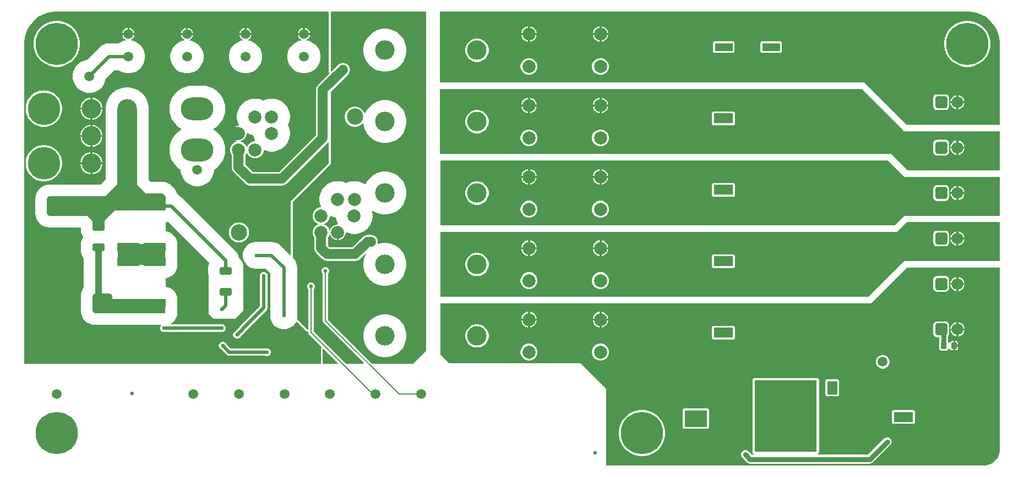
<source format=gbl>
G04*
G04 #@! TF.GenerationSoftware,Altium Limited,Altium Designer,23.4.1 (23)*
G04*
G04 Layer_Physical_Order=4*
G04 Layer_Color=16711680*
%FSLAX44Y44*%
%MOMM*%
G71*
G04*
G04 #@! TF.SameCoordinates,A85FFBAE-4C14-42E1-BC73-6B9073B981DD*
G04*
G04*
G04 #@! TF.FilePolarity,Positive*
G04*
G01*
G75*
%ADD15C,0.2000*%
G04:AMPARAMS|DCode=51|XSize=1.2mm|YSize=1.8mm|CornerRadius=0.15mm|HoleSize=0mm|Usage=FLASHONLY|Rotation=90.000|XOffset=0mm|YOffset=0mm|HoleType=Round|Shape=RoundedRectangle|*
%AMROUNDEDRECTD51*
21,1,1.2000,1.5000,0,0,90.0*
21,1,0.9000,1.8000,0,0,90.0*
1,1,0.3000,0.7500,0.4500*
1,1,0.3000,0.7500,-0.4500*
1,1,0.3000,-0.7500,-0.4500*
1,1,0.3000,-0.7500,0.4500*
%
%ADD51ROUNDEDRECTD51*%
G04:AMPARAMS|DCode=57|XSize=0.8mm|YSize=1mm|CornerRadius=0.1mm|HoleSize=0mm|Usage=FLASHONLY|Rotation=0.000|XOffset=0mm|YOffset=0mm|HoleType=Round|Shape=RoundedRectangle|*
%AMROUNDEDRECTD57*
21,1,0.8000,0.8000,0,0,0.0*
21,1,0.6000,1.0000,0,0,0.0*
1,1,0.2000,0.3000,-0.4000*
1,1,0.2000,-0.3000,-0.4000*
1,1,0.2000,-0.3000,0.4000*
1,1,0.2000,0.3000,0.4000*
%
%ADD57ROUNDEDRECTD57*%
%ADD70C,0.5000*%
%ADD71C,1.0000*%
%ADD72C,0.7500*%
%ADD73C,1.5000*%
%ADD75R,2.1000X2.0000*%
G04:AMPARAMS|DCode=80|XSize=1.8mm|YSize=1.8mm|CornerRadius=0.225mm|HoleSize=0mm|Usage=FLASHONLY|Rotation=0.000|XOffset=0mm|YOffset=0mm|HoleType=Round|Shape=RoundedRectangle|*
%AMROUNDEDRECTD80*
21,1,1.8000,1.3500,0,0,0.0*
21,1,1.3500,1.8000,0,0,0.0*
1,1,0.4500,0.6750,-0.6750*
1,1,0.4500,-0.6750,-0.6750*
1,1,0.4500,-0.6750,0.6750*
1,1,0.4500,0.6750,0.6750*
%
%ADD80ROUNDEDRECTD80*%
%ADD81C,1.8000*%
%ADD82C,2.5000*%
%ADD83C,2.0000*%
%ADD84O,5.0000X3.5000*%
%ADD85C,1.5000*%
%ADD86C,3.0000*%
G04:AMPARAMS|DCode=87|XSize=3mm|YSize=3mm|CornerRadius=0.375mm|HoleSize=0mm|Usage=FLASHONLY|Rotation=180.000|XOffset=0mm|YOffset=0mm|HoleType=Round|Shape=RoundedRectangle|*
%AMROUNDEDRECTD87*
21,1,3.0000,2.2500,0,0,180.0*
21,1,2.2500,3.0000,0,0,180.0*
1,1,0.7500,-1.1250,1.1250*
1,1,0.7500,1.1250,1.1250*
1,1,0.7500,1.1250,-1.1250*
1,1,0.7500,-1.1250,-1.1250*
%
%ADD87ROUNDEDRECTD87*%
%ADD88C,5.0000*%
G04:AMPARAMS|DCode=89|XSize=3mm|YSize=3mm|CornerRadius=0.375mm|HoleSize=0mm|Usage=FLASHONLY|Rotation=90.000|XOffset=0mm|YOffset=0mm|HoleType=Round|Shape=RoundedRectangle|*
%AMROUNDEDRECTD89*
21,1,3.0000,2.2500,0,0,90.0*
21,1,2.2500,3.0000,0,0,90.0*
1,1,0.7500,1.1250,1.1250*
1,1,0.7500,1.1250,-1.1250*
1,1,0.7500,-1.1250,-1.1250*
1,1,0.7500,-1.1250,1.1250*
%
%ADD89ROUNDEDRECTD89*%
%ADD90C,6.5000*%
%ADD91C,0.6000*%
G04:AMPARAMS|DCode=108|XSize=1.4mm|YSize=3.4mm|CornerRadius=0.175mm|HoleSize=0mm|Usage=FLASHONLY|Rotation=270.000|XOffset=0mm|YOffset=0mm|HoleType=Round|Shape=RoundedRectangle|*
%AMROUNDEDRECTD108*
21,1,1.4000,3.0500,0,0,270.0*
21,1,1.0500,3.4000,0,0,270.0*
1,1,0.3500,-1.5250,-0.5250*
1,1,0.3500,-1.5250,0.5250*
1,1,0.3500,1.5250,0.5250*
1,1,0.3500,1.5250,-0.5250*
%
%ADD108ROUNDEDRECTD108*%
%ADD109R,3.0000X1.5000*%
%ADD110R,1.5000X2.0000*%
%ADD111R,3.5000X2.5000*%
%ADD112R,9.6000X11.1000*%
%ADD113R,2.7000X1.2000*%
%ADD114R,7.4000X3.2000*%
%ADD115R,9.7000X2.2000*%
G36*
X727941Y1167637D02*
X728089Y1166893D01*
X728174Y1166466D01*
X728837Y1165474D01*
X728983Y1164046D01*
X728916Y1163894D01*
X711511Y1146489D01*
X709828Y1144295D01*
X708770Y1141741D01*
X708409Y1139000D01*
X708409Y1139000D01*
Y1069387D01*
X651613Y1012591D01*
X611387D01*
X600092Y1023885D01*
Y1038845D01*
X601518Y1041315D01*
X602202Y1041406D01*
X602885Y1041315D01*
X604499Y1038519D01*
X606919Y1036099D01*
X609884Y1034388D01*
X613190Y1033502D01*
X616613D01*
X619919Y1034388D01*
X622884Y1036099D01*
X625304Y1038519D01*
X627016Y1041484D01*
X627902Y1044790D01*
Y1045579D01*
X628984Y1046243D01*
X629553Y1045953D01*
X633745Y1044591D01*
X638098Y1043902D01*
X642505D01*
X646858Y1044591D01*
X651050Y1045953D01*
X654977Y1047954D01*
X658542Y1050544D01*
X661659Y1053661D01*
X664249Y1057226D01*
X666250Y1061153D01*
X667612Y1065345D01*
X668302Y1069698D01*
Y1074105D01*
X667612Y1078458D01*
X666250Y1082650D01*
X665256Y1084602D01*
X666250Y1086553D01*
X667612Y1090745D01*
X668302Y1095098D01*
Y1099505D01*
X667612Y1103858D01*
X666250Y1108050D01*
X664249Y1111977D01*
X661659Y1115542D01*
X658542Y1118659D01*
X654977Y1121249D01*
X651050Y1123250D01*
X646858Y1124612D01*
X642505Y1125302D01*
X638098D01*
X633745Y1124612D01*
X629553Y1123250D01*
X627602Y1122256D01*
X625650Y1123250D01*
X621458Y1124612D01*
X617105Y1125302D01*
X612698D01*
X608345Y1124612D01*
X604153Y1123250D01*
X600226Y1121249D01*
X596661Y1118659D01*
X593544Y1115542D01*
X590954Y1111977D01*
X588953Y1108050D01*
X587591Y1103858D01*
X586902Y1099505D01*
Y1095098D01*
X587591Y1090745D01*
X588953Y1086553D01*
X589752Y1084985D01*
X589089Y1083902D01*
X587922D01*
X584870Y1083084D01*
X582133Y1081504D01*
X579899Y1079270D01*
X578319Y1076534D01*
X577502Y1073481D01*
Y1073402D01*
X589502D01*
Y1070402D01*
X577502D01*
Y1070322D01*
X578319Y1067270D01*
X579899Y1064533D01*
X582133Y1062299D01*
X584870Y1060719D01*
X586149Y1060377D01*
Y1059062D01*
X584484Y1058616D01*
X581519Y1056904D01*
X579099Y1054484D01*
X577388Y1051519D01*
X576502Y1048213D01*
Y1044790D01*
X577388Y1041484D01*
X578911Y1038845D01*
Y1019499D01*
X578911Y1019498D01*
X579272Y1016757D01*
X580330Y1014203D01*
X582013Y1012010D01*
X599511Y994511D01*
X599511Y994511D01*
X601705Y992828D01*
X604259Y991770D01*
X607000Y991409D01*
X607000Y991409D01*
X656000D01*
X656000Y991409D01*
X658741Y991770D01*
X661295Y992828D01*
X663489Y994511D01*
X726489Y1057511D01*
X726671Y1057749D01*
X726808Y1057759D01*
X727941Y1057057D01*
Y1026267D01*
X670837Y969163D01*
X670174Y968170D01*
X669941Y967000D01*
X669941Y967000D01*
Y884850D01*
X668768Y884364D01*
X654566Y898566D01*
X651444Y901128D01*
X647883Y903031D01*
X644019Y904203D01*
X640000Y904599D01*
X621083D01*
X619068Y905000D01*
X614932D01*
X610874Y904193D01*
X607053Y902610D01*
X603613Y900312D01*
X600688Y897387D01*
X598390Y893947D01*
X596807Y890126D01*
X596000Y886068D01*
Y881932D01*
X596807Y877875D01*
X598390Y874053D01*
X600688Y870613D01*
X603613Y867688D01*
X607053Y865390D01*
X610874Y863807D01*
X614932Y863000D01*
X619068D01*
X621083Y863401D01*
X631468D01*
X638401Y856468D01*
Y795083D01*
X638000Y793068D01*
Y788932D01*
X638807Y784874D01*
X640390Y781053D01*
X642688Y777613D01*
X645613Y774688D01*
X649053Y772390D01*
X652875Y770807D01*
X656932Y770000D01*
X661068D01*
X665126Y770807D01*
X668947Y772390D01*
X672387Y774688D01*
X675312Y777613D01*
X677610Y781053D01*
X677762Y781419D01*
X679007Y781667D01*
X693335Y767339D01*
X694328Y766676D01*
X695498Y766443D01*
X696672Y765381D01*
Y765250D01*
X696672Y765250D01*
X696982Y763689D01*
X697866Y762366D01*
X716916Y743316D01*
X717008Y743040D01*
X716837Y741736D01*
X716174Y740743D01*
X715941Y739573D01*
Y717000D01*
X260000D01*
X260000Y1210000D01*
X260000Y1210000D01*
X260000Y1210000D01*
X260000Y1213277D01*
X260856Y1219775D01*
X262552Y1226106D01*
X265060Y1232162D01*
X268337Y1237838D01*
X272327Y1243038D01*
X276962Y1247673D01*
X282162Y1251663D01*
X287838Y1254940D01*
X293894Y1257448D01*
X300224Y1259144D01*
X306723Y1260000D01*
X310000Y1260000D01*
X727941Y1260000D01*
Y1167637D01*
D02*
G37*
G36*
X1710000Y1260000D02*
X1713277Y1260000D01*
X1719776Y1259145D01*
X1726107Y1257448D01*
X1732162Y1254940D01*
X1737838Y1251663D01*
X1743038Y1247673D01*
X1747673Y1243038D01*
X1751663Y1237838D01*
X1754940Y1232162D01*
X1757448Y1226106D01*
X1759144Y1219775D01*
X1760000Y1213277D01*
X1760000Y1210000D01*
X1760000D01*
X1760000Y1210000D01*
Y1085000D01*
X1617000D01*
X1552000Y1150000D01*
X899000D01*
Y1260000D01*
X1710000Y1260000D01*
D02*
G37*
G36*
X604153Y1071353D02*
X608345Y1069991D01*
X612356Y1069356D01*
X612991Y1065345D01*
X614353Y1061153D01*
X614643Y1060584D01*
X613979Y1059502D01*
X613190D01*
X609884Y1058616D01*
X606919Y1056904D01*
X604499Y1054484D01*
X602885Y1051689D01*
X602202Y1051598D01*
X601518Y1051689D01*
X599904Y1054484D01*
X597484Y1056904D01*
X594519Y1058616D01*
X592854Y1059062D01*
Y1060377D01*
X594133Y1060719D01*
X596870Y1062299D01*
X599104Y1064533D01*
X600684Y1067270D01*
X601502Y1070322D01*
Y1071489D01*
X602584Y1072152D01*
X604153Y1071353D01*
D02*
G37*
G36*
X1613000Y1075000D02*
X1760000D01*
Y1015000D01*
X1618000D01*
X1593000Y1040000D01*
X899000D01*
Y1140000D01*
X1548000D01*
X1613000Y1075000D01*
D02*
G37*
G36*
X1613000Y1005000D02*
X1760000D01*
Y945000D01*
X1613000D01*
X1598000Y930000D01*
X900000D01*
Y1030000D01*
X1588000D01*
X1613000Y1005000D01*
D02*
G37*
G36*
X1760000Y875000D02*
X1613000D01*
X1558000Y820000D01*
X900000D01*
Y920000D01*
X1602000D01*
X1617000Y935000D01*
X1760000D01*
Y875000D01*
D02*
G37*
G36*
X878000Y737000D02*
X858000Y717000D01*
X794768D01*
X727078Y784689D01*
Y855593D01*
X728087Y856601D01*
X729000Y858807D01*
Y861193D01*
X728087Y863399D01*
X726399Y865087D01*
X724193Y866000D01*
X721806D01*
X719601Y865087D01*
X717913Y863399D01*
X717000Y861193D01*
Y858807D01*
X717913Y856601D01*
X718922Y855593D01*
Y783000D01*
X718922Y783000D01*
X719232Y781439D01*
X720116Y780116D01*
X782059Y718173D01*
X781573Y717000D01*
X754768D01*
X704828Y766939D01*
Y831843D01*
X705837Y832851D01*
X706750Y835057D01*
Y837443D01*
X705837Y839649D01*
X704149Y841337D01*
X701944Y842250D01*
X699557D01*
X697351Y841337D01*
X695664Y839649D01*
X694750Y837443D01*
Y835057D01*
X695664Y832851D01*
X696672Y831843D01*
Y769988D01*
X695498Y769502D01*
X679348Y785652D01*
X680000Y788932D01*
Y793068D01*
X679599Y795083D01*
Y865000D01*
X679203Y869019D01*
X678031Y872883D01*
X676128Y876444D01*
X673566Y879566D01*
X673000Y880132D01*
Y967000D01*
X731000Y1025000D01*
Y1136023D01*
X757489Y1162511D01*
X759172Y1164705D01*
X760230Y1167259D01*
X760591Y1170000D01*
X760230Y1172741D01*
X759172Y1175295D01*
X757489Y1177489D01*
X755295Y1179172D01*
X752741Y1180230D01*
X750000Y1180591D01*
X747259Y1180230D01*
X744705Y1179172D01*
X742511Y1177489D01*
X732173Y1167151D01*
X731000Y1167637D01*
Y1260000D01*
X878000D01*
Y737000D01*
D02*
G37*
G36*
X742059Y718173D02*
X741573Y717000D01*
X719000D01*
Y739573D01*
X720173Y740059D01*
X742059Y718173D01*
D02*
G37*
G36*
X1760000Y585400D02*
Y582898D01*
X1759024Y577991D01*
X1757109Y573369D01*
X1754330Y569208D01*
X1750791Y565671D01*
X1746631Y562891D01*
X1742009Y560976D01*
X1737102Y560000D01*
X1155000D01*
Y679000D01*
X1116000Y718000D01*
X913000D01*
X900000Y731000D01*
Y810000D01*
X1562000D01*
X1617000Y865000D01*
X1760000D01*
Y585400D01*
D02*
G37*
%LPC*%
G36*
X421500Y1234433D02*
Y1226500D01*
X429433D01*
X428853Y1228667D01*
X427602Y1230833D01*
X425833Y1232602D01*
X423667Y1233853D01*
X421500Y1234433D01*
D02*
G37*
G36*
X691500D02*
Y1226500D01*
X699433D01*
X698853Y1228667D01*
X697602Y1230833D01*
X695833Y1232602D01*
X693667Y1233853D01*
X691500Y1234433D01*
D02*
G37*
G36*
X511500D02*
Y1226500D01*
X519433D01*
X518853Y1228667D01*
X517602Y1230833D01*
X515833Y1232602D01*
X513667Y1233853D01*
X511500Y1234433D01*
D02*
G37*
G36*
X418500D02*
X416333Y1233853D01*
X414167Y1232602D01*
X412398Y1230833D01*
X411147Y1228667D01*
X410567Y1226500D01*
X418500D01*
Y1234433D01*
D02*
G37*
G36*
X688500D02*
X686333Y1233853D01*
X684167Y1232602D01*
X682398Y1230833D01*
X681147Y1228667D01*
X680567Y1226500D01*
X688500D01*
Y1234433D01*
D02*
G37*
G36*
X508500D02*
X506333Y1233853D01*
X504167Y1232602D01*
X502398Y1230833D01*
X501147Y1228667D01*
X500567Y1226500D01*
X508500D01*
Y1234433D01*
D02*
G37*
G36*
X601500Y1234433D02*
Y1226500D01*
X609433D01*
X608853Y1228667D01*
X607602Y1230833D01*
X605833Y1232602D01*
X603667Y1233853D01*
X601500Y1234433D01*
D02*
G37*
G36*
X598500Y1234433D02*
X596333Y1233853D01*
X594167Y1232602D01*
X592398Y1230833D01*
X591147Y1228667D01*
X590567Y1226500D01*
X598500D01*
Y1234433D01*
D02*
G37*
G36*
X312794Y1245500D02*
X307206D01*
X301687Y1244626D01*
X296373Y1242899D01*
X291394Y1240362D01*
X286873Y1237078D01*
X282922Y1233127D01*
X279638Y1228606D01*
X277101Y1223627D01*
X275374Y1218313D01*
X274500Y1212794D01*
Y1207206D01*
X275374Y1201687D01*
X277101Y1196373D01*
X279638Y1191394D01*
X282922Y1186873D01*
X286873Y1182922D01*
X291394Y1179638D01*
X296373Y1177101D01*
X301687Y1175374D01*
X307206Y1174500D01*
X312794D01*
X318313Y1175374D01*
X323627Y1177101D01*
X328606Y1179638D01*
X333127Y1182922D01*
X337078Y1186873D01*
X340362Y1191394D01*
X342899Y1196373D01*
X344626Y1201687D01*
X345500Y1207206D01*
Y1212794D01*
X344626Y1218313D01*
X342899Y1223627D01*
X340362Y1228606D01*
X337078Y1233127D01*
X333127Y1237078D01*
X328606Y1240362D01*
X323627Y1242899D01*
X318313Y1244626D01*
X312794Y1245500D01*
D02*
G37*
G36*
X699433Y1223500D02*
X690000D01*
X680567D01*
X681147Y1221333D01*
X682398Y1219167D01*
X684167Y1217398D01*
X685795Y1216458D01*
X685574Y1215119D01*
X682562Y1214520D01*
X677921Y1212598D01*
X673745Y1209807D01*
X670193Y1206255D01*
X667402Y1202079D01*
X665480Y1197438D01*
X664500Y1192512D01*
Y1187488D01*
X665480Y1182562D01*
X667402Y1177921D01*
X670193Y1173745D01*
X673745Y1170193D01*
X677921Y1167402D01*
X682562Y1165480D01*
X687488Y1164500D01*
X692512D01*
X697438Y1165480D01*
X702079Y1167402D01*
X706255Y1170193D01*
X709807Y1173745D01*
X712598Y1177921D01*
X714520Y1182562D01*
X715500Y1187488D01*
Y1192512D01*
X714520Y1197438D01*
X712598Y1202079D01*
X709807Y1206255D01*
X706255Y1209807D01*
X702079Y1212598D01*
X697438Y1214520D01*
X694426Y1215119D01*
X694205Y1216458D01*
X695833Y1217398D01*
X697602Y1219167D01*
X698853Y1221333D01*
X699433Y1223500D01*
D02*
G37*
G36*
X609433Y1223500D02*
X600000D01*
X590567D01*
X591147Y1221333D01*
X592398Y1219167D01*
X594167Y1217398D01*
X595795Y1216458D01*
X595574Y1215119D01*
X592562Y1214520D01*
X587921Y1212598D01*
X583745Y1209807D01*
X580193Y1206255D01*
X577402Y1202079D01*
X575480Y1197438D01*
X574500Y1192512D01*
Y1187488D01*
X575480Y1182562D01*
X577402Y1177921D01*
X580193Y1173745D01*
X583745Y1170193D01*
X587921Y1167402D01*
X592562Y1165480D01*
X597489Y1164500D01*
X602511D01*
X607438Y1165480D01*
X612079Y1167402D01*
X616255Y1170193D01*
X619807Y1173745D01*
X622598Y1177921D01*
X624520Y1182562D01*
X625500Y1187488D01*
Y1192512D01*
X624520Y1197438D01*
X622598Y1202079D01*
X619807Y1206255D01*
X616255Y1209807D01*
X612079Y1212598D01*
X607438Y1214520D01*
X604426Y1215119D01*
X604205Y1216458D01*
X605833Y1217398D01*
X607602Y1219167D01*
X608853Y1221333D01*
X609433Y1223500D01*
D02*
G37*
G36*
X519433Y1223500D02*
X510000D01*
X500567D01*
X501147Y1221333D01*
X502398Y1219167D01*
X504167Y1217398D01*
X505795Y1216458D01*
X505574Y1215119D01*
X502562Y1214520D01*
X497921Y1212598D01*
X493745Y1209807D01*
X490193Y1206255D01*
X487402Y1202079D01*
X485480Y1197438D01*
X484500Y1192512D01*
Y1187488D01*
X485480Y1182562D01*
X487402Y1177921D01*
X490193Y1173745D01*
X493745Y1170193D01*
X497921Y1167402D01*
X502562Y1165480D01*
X507489Y1164500D01*
X512511D01*
X517438Y1165480D01*
X522079Y1167402D01*
X526255Y1170193D01*
X529807Y1173745D01*
X532598Y1177921D01*
X534520Y1182562D01*
X535500Y1187488D01*
Y1192512D01*
X534520Y1197438D01*
X532598Y1202079D01*
X529807Y1206255D01*
X526255Y1209807D01*
X522079Y1212598D01*
X517438Y1214520D01*
X514426Y1215119D01*
X514205Y1216458D01*
X515833Y1217398D01*
X517602Y1219167D01*
X518853Y1221333D01*
X519433Y1223500D01*
D02*
G37*
G36*
X429433D02*
X420000D01*
X410567D01*
X411147Y1221333D01*
X412398Y1219167D01*
X414167Y1217398D01*
X415795Y1216458D01*
X415574Y1215119D01*
X412562Y1214520D01*
X407921Y1212598D01*
X404930Y1210599D01*
X390000D01*
X385981Y1210203D01*
X382117Y1209031D01*
X378556Y1207128D01*
X375434Y1204566D01*
X356090Y1185222D01*
X352562Y1184520D01*
X347921Y1182598D01*
X343745Y1179807D01*
X340193Y1176255D01*
X337402Y1172079D01*
X335480Y1167438D01*
X334500Y1162512D01*
Y1157488D01*
X335480Y1152562D01*
X337402Y1147921D01*
X340193Y1143745D01*
X343745Y1140193D01*
X347921Y1137402D01*
X352562Y1135480D01*
X357489Y1134500D01*
X362511D01*
X367438Y1135480D01*
X372079Y1137402D01*
X376255Y1140193D01*
X379807Y1143745D01*
X382598Y1147921D01*
X384520Y1152562D01*
X385222Y1156090D01*
X398532Y1169401D01*
X404930D01*
X407921Y1167402D01*
X412562Y1165480D01*
X417489Y1164500D01*
X422511D01*
X427438Y1165480D01*
X432079Y1167402D01*
X436255Y1170193D01*
X439807Y1173745D01*
X442598Y1177921D01*
X444520Y1182562D01*
X445500Y1187488D01*
Y1192512D01*
X444520Y1197438D01*
X442598Y1202079D01*
X439807Y1206255D01*
X436255Y1209807D01*
X432079Y1212598D01*
X427438Y1214520D01*
X424426Y1215119D01*
X424205Y1216458D01*
X425833Y1217398D01*
X427602Y1219167D01*
X428853Y1221333D01*
X429433Y1223500D01*
D02*
G37*
G36*
X364674Y1127000D02*
X364500D01*
Y1111500D01*
X380000D01*
Y1111674D01*
X379347Y1114959D01*
X378065Y1118053D01*
X376205Y1120837D01*
X373837Y1123205D01*
X371053Y1125065D01*
X367959Y1126347D01*
X364674Y1127000D01*
D02*
G37*
G36*
X361500D02*
X361326D01*
X358041Y1126347D01*
X354948Y1125065D01*
X352163Y1123205D01*
X349795Y1120837D01*
X347935Y1118053D01*
X346653Y1114959D01*
X346000Y1111674D01*
Y1111500D01*
X361500D01*
Y1127000D01*
D02*
G37*
G36*
X380000Y1108500D02*
X364500D01*
Y1093000D01*
X364674D01*
X367959Y1093653D01*
X371053Y1094935D01*
X373837Y1096795D01*
X376205Y1099163D01*
X378065Y1101947D01*
X379347Y1105041D01*
X380000Y1108326D01*
Y1108500D01*
D02*
G37*
G36*
X361500D02*
X346000D01*
Y1108326D01*
X346653Y1105041D01*
X347935Y1101947D01*
X349795Y1099163D01*
X352163Y1096795D01*
X354948Y1094935D01*
X358041Y1093653D01*
X361326Y1093000D01*
X361500D01*
Y1108500D01*
D02*
G37*
G36*
X292204Y1138000D02*
X287796D01*
X283443Y1137310D01*
X279252Y1135949D01*
X275325Y1133948D01*
X271759Y1131357D01*
X268643Y1128241D01*
X266052Y1124675D01*
X264051Y1120748D01*
X262689Y1116557D01*
X262000Y1112204D01*
Y1107796D01*
X262689Y1103443D01*
X264051Y1099252D01*
X266052Y1095325D01*
X268643Y1091759D01*
X271759Y1088643D01*
X275325Y1086052D01*
X279252Y1084051D01*
X283443Y1082690D01*
X287796Y1082000D01*
X292204D01*
X296557Y1082690D01*
X300748Y1084051D01*
X304675Y1086052D01*
X308241Y1088643D01*
X311357Y1091759D01*
X313948Y1095325D01*
X315949Y1099252D01*
X317311Y1103443D01*
X318000Y1107796D01*
Y1112204D01*
X317311Y1116557D01*
X315949Y1120748D01*
X313948Y1124675D01*
X311357Y1128241D01*
X308241Y1131357D01*
X304675Y1133948D01*
X300748Y1135949D01*
X296557Y1137310D01*
X292204Y1138000D01*
D02*
G37*
G36*
X364674Y1085000D02*
X364500D01*
Y1069500D01*
X380000D01*
Y1069674D01*
X379347Y1072959D01*
X378065Y1076052D01*
X376205Y1078837D01*
X373837Y1081205D01*
X371053Y1083065D01*
X367959Y1084347D01*
X364674Y1085000D01*
D02*
G37*
G36*
X361500D02*
X361326D01*
X358041Y1084347D01*
X354948Y1083065D01*
X352163Y1081205D01*
X349795Y1078837D01*
X347935Y1076052D01*
X346653Y1072959D01*
X346000Y1069674D01*
Y1069500D01*
X361500D01*
Y1085000D01*
D02*
G37*
G36*
X380000Y1066500D02*
X364500D01*
Y1051000D01*
X364674D01*
X367959Y1051653D01*
X371053Y1052935D01*
X373837Y1054795D01*
X376205Y1057163D01*
X378065Y1059948D01*
X379347Y1063041D01*
X380000Y1066326D01*
Y1066500D01*
D02*
G37*
G36*
X361500D02*
X346000D01*
Y1066326D01*
X346653Y1063041D01*
X347935Y1059948D01*
X349795Y1057163D01*
X352163Y1054795D01*
X354948Y1052935D01*
X358041Y1051653D01*
X361326Y1051000D01*
X361500D01*
Y1066500D01*
D02*
G37*
G36*
X364674Y1043000D02*
X364500D01*
Y1027500D01*
X380000D01*
Y1027674D01*
X379347Y1030959D01*
X378065Y1034053D01*
X376205Y1036837D01*
X373837Y1039205D01*
X371053Y1041065D01*
X367959Y1042347D01*
X364674Y1043000D01*
D02*
G37*
G36*
X361500D02*
X361326D01*
X358041Y1042347D01*
X354948Y1041065D01*
X352163Y1039205D01*
X349795Y1036837D01*
X347935Y1034053D01*
X346653Y1030959D01*
X346000Y1027674D01*
Y1027500D01*
X361500D01*
Y1043000D01*
D02*
G37*
G36*
X380000Y1024500D02*
X364500D01*
Y1009000D01*
X364674D01*
X367959Y1009653D01*
X371053Y1010935D01*
X373837Y1012795D01*
X376205Y1015163D01*
X378065Y1017947D01*
X379347Y1021041D01*
X380000Y1024326D01*
Y1024500D01*
D02*
G37*
G36*
X361500D02*
X346000D01*
Y1024326D01*
X346653Y1021041D01*
X347935Y1017947D01*
X349795Y1015163D01*
X352163Y1012795D01*
X354948Y1010935D01*
X358041Y1009653D01*
X361326Y1009000D01*
X361500D01*
Y1024500D01*
D02*
G37*
G36*
X292204Y1054000D02*
X287796D01*
X283443Y1053310D01*
X279252Y1051949D01*
X275325Y1049948D01*
X271759Y1047357D01*
X268643Y1044241D01*
X266052Y1040675D01*
X264051Y1036748D01*
X262689Y1032557D01*
X262000Y1028204D01*
Y1023796D01*
X262689Y1019443D01*
X264051Y1015252D01*
X266052Y1011325D01*
X268643Y1007759D01*
X271759Y1004643D01*
X275325Y1002052D01*
X279252Y1000051D01*
X283443Y998689D01*
X287796Y998000D01*
X292204D01*
X296557Y998689D01*
X300748Y1000051D01*
X304675Y1002052D01*
X308241Y1004643D01*
X311357Y1007759D01*
X313948Y1011325D01*
X315949Y1015252D01*
X317311Y1019443D01*
X318000Y1023796D01*
Y1028204D01*
X317311Y1032557D01*
X315949Y1036748D01*
X313948Y1040675D01*
X311357Y1044241D01*
X308241Y1047357D01*
X304675Y1049948D01*
X300748Y1051949D01*
X296557Y1053310D01*
X292204Y1054000D01*
D02*
G37*
G36*
X420597Y1143000D02*
X415403D01*
X410272Y1142187D01*
X405332Y1140582D01*
X400704Y1138224D01*
X396502Y1135171D01*
X392829Y1131498D01*
X389776Y1127296D01*
X387418Y1122668D01*
X385813Y1117728D01*
X385000Y1112597D01*
Y1110884D01*
X384913Y1110000D01*
Y1037434D01*
X384895Y1037250D01*
Y1014750D01*
X384913Y1014566D01*
Y1001492D01*
X376508Y993087D01*
X321434D01*
X321250Y993105D01*
X298750D01*
X294486Y992685D01*
X290386Y991442D01*
X286608Y989422D01*
X283296Y986704D01*
X280578Y983392D01*
X278558Y979614D01*
X277315Y975514D01*
X276895Y971250D01*
Y948750D01*
X277315Y944486D01*
X278558Y940386D01*
X280578Y936608D01*
X283296Y933296D01*
X286608Y930578D01*
X290386Y928558D01*
X294486Y927315D01*
X298750Y926895D01*
X321250D01*
X321434Y926913D01*
X346906D01*
Y923500D01*
X347282Y919677D01*
X348397Y916002D01*
X350208Y912614D01*
X350712Y912000D01*
X350208Y911386D01*
X348397Y907998D01*
X347282Y904323D01*
X346906Y900500D01*
Y891500D01*
X347282Y887677D01*
X348397Y884002D01*
X350208Y880614D01*
X350889Y879784D01*
Y833770D01*
X350578Y833391D01*
X348558Y829613D01*
X347315Y825513D01*
X346895Y821249D01*
Y798749D01*
X347315Y794486D01*
X348558Y790386D01*
X350578Y786607D01*
X353296Y783295D01*
X356608Y780577D01*
X360386Y778558D01*
X364486Y777314D01*
X368750Y776894D01*
X391250D01*
X391440Y776913D01*
X469768D01*
X470254Y775740D01*
X469913Y775399D01*
X469000Y773194D01*
Y770807D01*
X469913Y768601D01*
X471601Y766914D01*
X473806Y766000D01*
X476194D01*
X477140Y766392D01*
X561860D01*
X562807Y766000D01*
X565193D01*
X567399Y766914D01*
X569086Y768601D01*
X570000Y770807D01*
Y773194D01*
X569086Y775399D01*
X567399Y777087D01*
X565193Y778000D01*
X562807D01*
X561860Y777608D01*
X485340D01*
X485022Y778878D01*
X487049Y779961D01*
X489790Y782210D01*
X492039Y784951D01*
X493710Y788078D01*
X494739Y791471D01*
X495087Y795000D01*
Y804664D01*
X495095Y804750D01*
Y815250D01*
X495087Y815336D01*
Y817000D01*
X494739Y820529D01*
X493710Y823922D01*
X492039Y827049D01*
X489790Y829790D01*
X487049Y832039D01*
X483922Y833710D01*
X480529Y834740D01*
X477000Y835087D01*
Y849077D01*
X479122Y849286D01*
X482845Y850415D01*
X486276Y852249D01*
X489283Y854717D01*
X491751Y857724D01*
X493585Y861155D01*
X494714Y864878D01*
X495095Y868750D01*
Y879250D01*
X495087Y879336D01*
Y890664D01*
X495095Y890750D01*
Y901250D01*
X494714Y905122D01*
X493585Y908845D01*
X491751Y912276D01*
X489283Y915283D01*
X486276Y917751D01*
X482845Y919585D01*
X479122Y920714D01*
X477000Y920923D01*
Y935077D01*
X479122Y935286D01*
X481010Y935859D01*
X544562Y872307D01*
X544397Y871998D01*
X543282Y868323D01*
X542906Y864500D01*
Y855500D01*
X543000Y854542D01*
Y794000D01*
X551000Y786000D01*
X584000D01*
X597000Y799000D01*
Y854542D01*
X597094Y855500D01*
Y864500D01*
X596718Y868323D01*
X595603Y871998D01*
X593792Y875386D01*
X591355Y878355D01*
X590280Y879238D01*
X590203Y880019D01*
X589031Y883883D01*
X587128Y887444D01*
X584566Y890566D01*
X500566Y974566D01*
X497444Y977128D01*
X494723Y978582D01*
X493710Y981922D01*
X492039Y985049D01*
X489790Y987790D01*
X485789Y991789D01*
X483049Y994039D01*
X479922Y995710D01*
X476529Y996740D01*
X473000Y997087D01*
X454492D01*
X451087Y1000492D01*
Y1014566D01*
X451105Y1014750D01*
Y1037250D01*
X451087Y1037434D01*
Y1109000D01*
X451087Y1109000D01*
X451000Y1109884D01*
Y1112597D01*
X450187Y1117728D01*
X448582Y1122668D01*
X446224Y1127296D01*
X443171Y1131498D01*
X439498Y1135171D01*
X435296Y1138224D01*
X430668Y1140582D01*
X425728Y1142187D01*
X420597Y1143000D01*
D02*
G37*
G36*
X533500Y1145610D02*
X518500D01*
X512929Y1145171D01*
X507496Y1143867D01*
X502333Y1141729D01*
X497569Y1138809D01*
X493320Y1135180D01*
X489691Y1130931D01*
X486771Y1126167D01*
X484633Y1121004D01*
X483329Y1115571D01*
X482890Y1110000D01*
X483329Y1104429D01*
X484633Y1098996D01*
X486771Y1093833D01*
X489691Y1089069D01*
X493320Y1084820D01*
X497569Y1081191D01*
X501153Y1078995D01*
Y1077505D01*
X497569Y1075309D01*
X493320Y1071680D01*
X489691Y1067431D01*
X486771Y1062666D01*
X484633Y1057504D01*
X483329Y1052071D01*
X482890Y1046500D01*
X483329Y1040929D01*
X484633Y1035496D01*
X486771Y1030333D01*
X489691Y1025569D01*
X493320Y1021320D01*
X497569Y1017691D01*
X500500Y1015895D01*
Y1013488D01*
X501480Y1008562D01*
X503402Y1003921D01*
X506193Y999745D01*
X509745Y996193D01*
X513921Y993402D01*
X518562Y991480D01*
X523489Y990500D01*
X528512D01*
X533438Y991480D01*
X538079Y993402D01*
X542255Y996193D01*
X545807Y999745D01*
X548598Y1003921D01*
X550520Y1008562D01*
X551500Y1013488D01*
Y1015895D01*
X554431Y1017691D01*
X558680Y1021320D01*
X562309Y1025569D01*
X565229Y1030333D01*
X567367Y1035496D01*
X568671Y1040929D01*
X569110Y1046500D01*
X568671Y1052071D01*
X567367Y1057504D01*
X565229Y1062666D01*
X562309Y1067431D01*
X558680Y1071680D01*
X554431Y1075309D01*
X550847Y1077505D01*
Y1078995D01*
X554431Y1081191D01*
X558680Y1084820D01*
X562309Y1089069D01*
X565229Y1093833D01*
X567367Y1098996D01*
X568671Y1104429D01*
X569110Y1110000D01*
X568671Y1115571D01*
X567367Y1121004D01*
X565229Y1126167D01*
X562309Y1130931D01*
X558680Y1135180D01*
X554431Y1138809D01*
X549666Y1141729D01*
X544504Y1143867D01*
X539071Y1145171D01*
X533500Y1145610D01*
D02*
G37*
G36*
X591539Y934782D02*
X588485D01*
X585491Y934186D01*
X582670Y933018D01*
X580131Y931322D01*
X577972Y929163D01*
X576276Y926624D01*
X575108Y923803D01*
X574512Y920809D01*
Y917756D01*
X575108Y914761D01*
X576276Y911940D01*
X577972Y909401D01*
X580131Y907243D01*
X582670Y905546D01*
X585491Y904378D01*
X588485Y903782D01*
X591539D01*
X594533Y904378D01*
X597354Y905546D01*
X599893Y907243D01*
X602052Y909401D01*
X603748Y911940D01*
X604916Y914761D01*
X605512Y917756D01*
Y920809D01*
X604916Y923803D01*
X603748Y926624D01*
X602052Y929163D01*
X599893Y931322D01*
X597354Y933018D01*
X594533Y934186D01*
X591539Y934782D01*
D02*
G37*
G36*
X629193Y858473D02*
X626806D01*
X624601Y857560D01*
X622913Y855872D01*
X622000Y853667D01*
Y851280D01*
X622392Y850333D01*
Y805323D01*
X591977Y774908D01*
X590970Y773401D01*
X584548Y766979D01*
X583601Y766587D01*
X581913Y764899D01*
X581000Y762693D01*
Y760307D01*
X581913Y758101D01*
X583601Y756413D01*
X585807Y755500D01*
X588194D01*
X590399Y756413D01*
X592086Y758101D01*
X592479Y759048D01*
X599908Y766477D01*
X600914Y767984D01*
X631965Y799035D01*
X633181Y800854D01*
X633608Y803000D01*
Y850333D01*
X634000Y851280D01*
Y853667D01*
X633087Y855872D01*
X631399Y857560D01*
X629193Y858473D01*
D02*
G37*
G36*
X566194Y751000D02*
X563806D01*
X561601Y750087D01*
X559913Y748399D01*
X559000Y746193D01*
Y743807D01*
X559913Y741601D01*
X561601Y739913D01*
X562548Y739521D01*
X571035Y731035D01*
X572854Y729819D01*
X575000Y729392D01*
X630859D01*
X631806Y729000D01*
X634193D01*
X636399Y729913D01*
X638087Y731601D01*
X639000Y733807D01*
Y736193D01*
X638087Y738399D01*
X636399Y740087D01*
X634193Y741000D01*
X631806D01*
X630859Y740608D01*
X577323D01*
X570479Y747452D01*
X570087Y748399D01*
X568399Y750087D01*
X566194Y751000D01*
D02*
G37*
%LPD*%
G36*
X433000Y1109000D02*
Y993000D01*
X447000Y979000D01*
X473000D01*
X477000Y975000D01*
Y959000D01*
X471000Y953000D01*
X399000D01*
X383000Y937000D01*
Y928000D01*
X365000D01*
Y937000D01*
X357000Y945000D01*
X310000D01*
Y975000D01*
X384000D01*
X403000Y994000D01*
Y1110000D01*
X406000Y1113000D01*
X429000D01*
X433000Y1109000D01*
D02*
G37*
%LPC*%
G36*
X1147582Y1236996D02*
X1147502D01*
Y1226496D01*
X1158002D01*
Y1226576D01*
X1157185Y1229628D01*
X1155605Y1232364D01*
X1153371Y1234598D01*
X1150634Y1236178D01*
X1147582Y1236996D01*
D02*
G37*
G36*
X1144502D02*
X1144423D01*
X1141371Y1236178D01*
X1138634Y1234598D01*
X1136400Y1232364D01*
X1134820Y1229628D01*
X1134002Y1226576D01*
Y1226496D01*
X1144502D01*
Y1236996D01*
D02*
G37*
G36*
X1037582D02*
X1037502D01*
Y1226496D01*
X1048002D01*
Y1226576D01*
X1047185Y1229628D01*
X1045605Y1232364D01*
X1043371Y1234598D01*
X1040634Y1236178D01*
X1037582Y1236996D01*
D02*
G37*
G36*
X1034502D02*
X1034423D01*
X1031371Y1236178D01*
X1028634Y1234598D01*
X1026400Y1232364D01*
X1024820Y1229628D01*
X1024002Y1226576D01*
Y1226496D01*
X1034502D01*
Y1236996D01*
D02*
G37*
G36*
X1158002Y1223496D02*
X1147502D01*
Y1212996D01*
X1147582D01*
X1150634Y1213814D01*
X1153371Y1215394D01*
X1155605Y1217628D01*
X1157185Y1220364D01*
X1158002Y1223416D01*
Y1223496D01*
D02*
G37*
G36*
X1144502D02*
X1134002D01*
Y1223416D01*
X1134820Y1220364D01*
X1136400Y1217628D01*
X1138634Y1215394D01*
X1141371Y1213814D01*
X1144423Y1212996D01*
X1144502D01*
Y1223496D01*
D02*
G37*
G36*
X1048002Y1223496D02*
X1037502D01*
Y1212996D01*
X1037582D01*
X1040634Y1213814D01*
X1043371Y1215394D01*
X1045605Y1217628D01*
X1047185Y1220364D01*
X1048002Y1223416D01*
Y1223496D01*
D02*
G37*
G36*
X1034502D02*
X1024002D01*
Y1223416D01*
X1024820Y1220364D01*
X1026400Y1217628D01*
X1028634Y1215394D01*
X1031371Y1213814D01*
X1034423Y1212996D01*
X1034502D01*
Y1223496D01*
D02*
G37*
G36*
X1422000Y1214059D02*
X1395000D01*
X1393829Y1213826D01*
X1392837Y1213163D01*
X1392174Y1212170D01*
X1391941Y1211000D01*
Y1199000D01*
X1392174Y1197830D01*
X1392837Y1196837D01*
X1393829Y1196174D01*
X1395000Y1195941D01*
X1422000D01*
X1423170Y1196174D01*
X1424163Y1196837D01*
X1424826Y1197830D01*
X1425059Y1199000D01*
Y1211000D01*
X1424826Y1212170D01*
X1424163Y1213163D01*
X1423170Y1213826D01*
X1422000Y1214059D01*
D02*
G37*
G36*
X1349000D02*
X1322000D01*
X1320829Y1213826D01*
X1319837Y1213163D01*
X1319174Y1212170D01*
X1318941Y1211000D01*
Y1199000D01*
X1319174Y1197830D01*
X1319837Y1196837D01*
X1320829Y1196174D01*
X1322000Y1195941D01*
X1349000D01*
X1350170Y1196174D01*
X1351163Y1196837D01*
X1351826Y1197830D01*
X1352059Y1199000D01*
Y1211000D01*
X1351826Y1212170D01*
X1351163Y1213163D01*
X1350170Y1213826D01*
X1349000Y1214059D01*
D02*
G37*
G36*
X957773Y1218000D02*
X954227D01*
X950750Y1217308D01*
X947474Y1215951D01*
X944526Y1213981D01*
X942019Y1211474D01*
X940049Y1208526D01*
X938692Y1205250D01*
X938000Y1201773D01*
Y1198227D01*
X938692Y1194750D01*
X940049Y1191474D01*
X942019Y1188526D01*
X944526Y1186019D01*
X947474Y1184049D01*
X950750Y1182692D01*
X954227Y1182000D01*
X957773D01*
X961250Y1182692D01*
X964526Y1184049D01*
X967474Y1186019D01*
X969982Y1188526D01*
X971951Y1191474D01*
X973308Y1194750D01*
X974000Y1198227D01*
Y1201773D01*
X973308Y1205250D01*
X971951Y1208526D01*
X969982Y1211474D01*
X967474Y1213981D01*
X964526Y1215951D01*
X961250Y1217308D01*
X957773Y1218000D01*
D02*
G37*
G36*
X1712794Y1245500D02*
X1707206D01*
X1701687Y1244626D01*
X1696373Y1242899D01*
X1691394Y1240362D01*
X1686873Y1237078D01*
X1682922Y1233127D01*
X1679638Y1228606D01*
X1677101Y1223627D01*
X1675374Y1218313D01*
X1674500Y1212794D01*
Y1207206D01*
X1675374Y1201687D01*
X1677101Y1196373D01*
X1679638Y1191394D01*
X1682922Y1186873D01*
X1686873Y1182922D01*
X1691394Y1179638D01*
X1696373Y1177101D01*
X1701687Y1175374D01*
X1707206Y1174500D01*
X1712794D01*
X1718313Y1175374D01*
X1723627Y1177101D01*
X1728606Y1179638D01*
X1733127Y1182922D01*
X1737078Y1186873D01*
X1740362Y1191394D01*
X1742899Y1196373D01*
X1744626Y1201687D01*
X1745500Y1207206D01*
Y1212794D01*
X1744626Y1218313D01*
X1742899Y1223627D01*
X1740362Y1228606D01*
X1737078Y1233127D01*
X1733127Y1237078D01*
X1728606Y1240362D01*
X1723627Y1242899D01*
X1718313Y1244626D01*
X1712794Y1245500D01*
D02*
G37*
G36*
X1147714Y1187996D02*
X1144291D01*
X1140985Y1187110D01*
X1138020Y1185398D01*
X1135600Y1182978D01*
X1133888Y1180014D01*
X1133002Y1176707D01*
Y1173284D01*
X1133888Y1169978D01*
X1135600Y1167014D01*
X1138020Y1164593D01*
X1140985Y1162882D01*
X1144291Y1161996D01*
X1147714D01*
X1151020Y1162882D01*
X1153985Y1164593D01*
X1156405Y1167014D01*
X1158117Y1169978D01*
X1159002Y1173284D01*
Y1176707D01*
X1158117Y1180014D01*
X1156405Y1182978D01*
X1153985Y1185398D01*
X1151020Y1187110D01*
X1147714Y1187996D01*
D02*
G37*
G36*
X1037714D02*
X1034291D01*
X1030985Y1187110D01*
X1028020Y1185398D01*
X1025600Y1182978D01*
X1023888Y1180014D01*
X1023002Y1176707D01*
Y1173284D01*
X1023888Y1169978D01*
X1025600Y1167014D01*
X1028020Y1164593D01*
X1030985Y1162882D01*
X1034291Y1161996D01*
X1037714D01*
X1041020Y1162882D01*
X1043985Y1164593D01*
X1046405Y1167014D01*
X1048117Y1169978D01*
X1049002Y1173284D01*
Y1176707D01*
X1048117Y1180014D01*
X1046405Y1182978D01*
X1043985Y1185398D01*
X1041020Y1187110D01*
X1037714Y1187996D01*
D02*
G37*
G36*
X1696500Y1130986D02*
Y1121500D01*
X1705986D01*
X1705250Y1124246D01*
X1703802Y1126754D01*
X1701754Y1128802D01*
X1699246Y1130250D01*
X1696500Y1130986D01*
D02*
G37*
G36*
X1693500D02*
X1690754Y1130250D01*
X1688246Y1128802D01*
X1686198Y1126754D01*
X1684750Y1124246D01*
X1684014Y1121500D01*
X1693500D01*
Y1130986D01*
D02*
G37*
G36*
X1705986Y1118500D02*
X1696500D01*
Y1109014D01*
X1699246Y1109750D01*
X1701754Y1111198D01*
X1703802Y1113246D01*
X1705250Y1115754D01*
X1705986Y1118500D01*
D02*
G37*
G36*
X1693500D02*
X1684014D01*
X1684750Y1115754D01*
X1686198Y1113246D01*
X1688246Y1111198D01*
X1690754Y1109750D01*
X1693500Y1109014D01*
Y1118500D01*
D02*
G37*
G36*
X1676750Y1132103D02*
X1663250D01*
X1661202Y1131695D01*
X1659465Y1130535D01*
X1658305Y1128798D01*
X1657897Y1126750D01*
Y1113250D01*
X1658305Y1111202D01*
X1659465Y1109465D01*
X1661202Y1108305D01*
X1663250Y1107897D01*
X1676750D01*
X1678798Y1108305D01*
X1680535Y1109465D01*
X1681695Y1111202D01*
X1682103Y1113250D01*
Y1126750D01*
X1681695Y1128798D01*
X1680535Y1130535D01*
X1678798Y1131695D01*
X1676750Y1132103D01*
D02*
G37*
G36*
X1147582Y1126996D02*
X1147502D01*
Y1116496D01*
X1158002D01*
Y1116576D01*
X1157185Y1119628D01*
X1155605Y1122364D01*
X1153371Y1124598D01*
X1150634Y1126178D01*
X1147582Y1126996D01*
D02*
G37*
G36*
X1144502D02*
X1144423D01*
X1141371Y1126178D01*
X1138634Y1124598D01*
X1136400Y1122364D01*
X1134820Y1119628D01*
X1134002Y1116576D01*
Y1116496D01*
X1144502D01*
Y1126996D01*
D02*
G37*
G36*
X1037582D02*
X1037502D01*
Y1116496D01*
X1048002D01*
Y1116576D01*
X1047185Y1119628D01*
X1045605Y1122364D01*
X1043371Y1124598D01*
X1040634Y1126178D01*
X1037582Y1126996D01*
D02*
G37*
G36*
X1034502D02*
X1034423D01*
X1031371Y1126178D01*
X1028634Y1124598D01*
X1026400Y1122364D01*
X1024820Y1119628D01*
X1024002Y1116576D01*
Y1116496D01*
X1034502D01*
Y1126996D01*
D02*
G37*
G36*
X1158002Y1113496D02*
X1147502D01*
Y1102996D01*
X1147582D01*
X1150634Y1103814D01*
X1153371Y1105394D01*
X1155605Y1107628D01*
X1157185Y1110364D01*
X1158002Y1113416D01*
Y1113496D01*
D02*
G37*
G36*
X1144502D02*
X1134002D01*
Y1113416D01*
X1134820Y1110364D01*
X1136400Y1107628D01*
X1138634Y1105394D01*
X1141371Y1103814D01*
X1144423Y1102996D01*
X1144502D01*
Y1113496D01*
D02*
G37*
G36*
X1048002Y1113496D02*
X1037502D01*
Y1102996D01*
X1037582D01*
X1040634Y1103814D01*
X1043371Y1105394D01*
X1045605Y1107628D01*
X1047185Y1110364D01*
X1048002Y1113416D01*
Y1113496D01*
D02*
G37*
G36*
X1034502D02*
X1024002D01*
Y1113416D01*
X1024820Y1110364D01*
X1026400Y1107628D01*
X1028634Y1105394D01*
X1031371Y1103814D01*
X1034423Y1102996D01*
X1034502D01*
Y1113496D01*
D02*
G37*
G36*
X1350000Y1105559D02*
X1320000D01*
X1318829Y1105326D01*
X1317837Y1104663D01*
X1317174Y1103671D01*
X1316941Y1102500D01*
Y1087500D01*
X1317174Y1086329D01*
X1317837Y1085337D01*
X1318829Y1084674D01*
X1320000Y1084441D01*
X1350000D01*
X1351171Y1084674D01*
X1352163Y1085337D01*
X1352826Y1086329D01*
X1353059Y1087500D01*
Y1102500D01*
X1352826Y1103671D01*
X1352163Y1104663D01*
X1351171Y1105326D01*
X1350000Y1105559D01*
D02*
G37*
G36*
X957773Y1108000D02*
X954227D01*
X950750Y1107308D01*
X947474Y1105951D01*
X944526Y1103981D01*
X942019Y1101474D01*
X940049Y1098526D01*
X938692Y1095250D01*
X938000Y1091773D01*
Y1088227D01*
X938692Y1084750D01*
X940049Y1081474D01*
X942019Y1078526D01*
X944526Y1076019D01*
X947474Y1074049D01*
X950750Y1072692D01*
X954227Y1072000D01*
X957773D01*
X961250Y1072692D01*
X964526Y1074049D01*
X967474Y1076019D01*
X969982Y1078526D01*
X971951Y1081474D01*
X973308Y1084750D01*
X974000Y1088227D01*
Y1091773D01*
X973308Y1095250D01*
X971951Y1098526D01*
X969982Y1101474D01*
X967474Y1103981D01*
X964526Y1105951D01*
X961250Y1107308D01*
X957773Y1108000D01*
D02*
G37*
G36*
X1147714Y1077996D02*
X1144291D01*
X1140985Y1077110D01*
X1138020Y1075398D01*
X1135600Y1072978D01*
X1133888Y1070014D01*
X1133002Y1066707D01*
Y1063284D01*
X1133888Y1059978D01*
X1135600Y1057014D01*
X1138020Y1054593D01*
X1140985Y1052882D01*
X1144291Y1051996D01*
X1147714D01*
X1151020Y1052882D01*
X1153985Y1054593D01*
X1156405Y1057014D01*
X1158117Y1059978D01*
X1159002Y1063284D01*
Y1066707D01*
X1158117Y1070014D01*
X1156405Y1072978D01*
X1153985Y1075398D01*
X1151020Y1077110D01*
X1147714Y1077996D01*
D02*
G37*
G36*
X1037714D02*
X1034291D01*
X1030985Y1077110D01*
X1028020Y1075398D01*
X1025600Y1072978D01*
X1023888Y1070014D01*
X1023002Y1066707D01*
Y1063284D01*
X1023888Y1059978D01*
X1025600Y1057014D01*
X1028020Y1054593D01*
X1030985Y1052882D01*
X1034291Y1051996D01*
X1037714D01*
X1041020Y1052882D01*
X1043985Y1054593D01*
X1046405Y1057014D01*
X1048117Y1059978D01*
X1049002Y1063284D01*
Y1066707D01*
X1048117Y1070014D01*
X1046405Y1072978D01*
X1043985Y1075398D01*
X1041020Y1077110D01*
X1037714Y1077996D01*
D02*
G37*
G36*
X1696500Y1060986D02*
Y1051500D01*
X1705986D01*
X1705250Y1054246D01*
X1703802Y1056754D01*
X1701754Y1058802D01*
X1699246Y1060250D01*
X1696500Y1060986D01*
D02*
G37*
G36*
X1693500D02*
X1690754Y1060250D01*
X1688246Y1058802D01*
X1686198Y1056754D01*
X1684750Y1054246D01*
X1684014Y1051500D01*
X1693500D01*
Y1060986D01*
D02*
G37*
G36*
X1705986Y1048500D02*
X1696500D01*
Y1039014D01*
X1699246Y1039750D01*
X1701754Y1041198D01*
X1703802Y1043246D01*
X1705250Y1045754D01*
X1705986Y1048500D01*
D02*
G37*
G36*
X1693500D02*
X1684014D01*
X1684750Y1045754D01*
X1686198Y1043246D01*
X1688246Y1041198D01*
X1690754Y1039750D01*
X1693500Y1039014D01*
Y1048500D01*
D02*
G37*
G36*
X1676750Y1062103D02*
X1663250D01*
X1661202Y1061695D01*
X1659465Y1060535D01*
X1658305Y1058798D01*
X1657897Y1056750D01*
Y1043250D01*
X1658305Y1041202D01*
X1659465Y1039465D01*
X1661202Y1038305D01*
X1663250Y1037897D01*
X1676750D01*
X1678798Y1038305D01*
X1680535Y1039465D01*
X1681695Y1041202D01*
X1682103Y1043250D01*
Y1056750D01*
X1681695Y1058798D01*
X1680535Y1060535D01*
X1678798Y1061695D01*
X1676750Y1062103D01*
D02*
G37*
G36*
X1147582Y1016996D02*
X1147502D01*
Y1006496D01*
X1158002D01*
Y1006576D01*
X1157185Y1009628D01*
X1155605Y1012364D01*
X1153371Y1014598D01*
X1150634Y1016178D01*
X1147582Y1016996D01*
D02*
G37*
G36*
X1037582D02*
X1037502D01*
Y1006496D01*
X1048002D01*
Y1006576D01*
X1047185Y1009628D01*
X1045605Y1012364D01*
X1043371Y1014598D01*
X1040634Y1016178D01*
X1037582Y1016996D01*
D02*
G37*
G36*
X1144502D02*
X1144423D01*
X1141371Y1016178D01*
X1138634Y1014598D01*
X1136400Y1012364D01*
X1134820Y1009628D01*
X1134002Y1006576D01*
Y1006496D01*
X1144502D01*
Y1016996D01*
D02*
G37*
G36*
X1034502D02*
X1034423D01*
X1031371Y1016178D01*
X1028634Y1014598D01*
X1026400Y1012364D01*
X1024820Y1009628D01*
X1024002Y1006576D01*
Y1006496D01*
X1034502D01*
Y1016996D01*
D02*
G37*
G36*
X1158002Y1003496D02*
X1147502D01*
Y992996D01*
X1147582D01*
X1150634Y993814D01*
X1153371Y995394D01*
X1155605Y997628D01*
X1157185Y1000364D01*
X1158002Y1003416D01*
Y1003496D01*
D02*
G37*
G36*
X1144502D02*
X1134002D01*
Y1003416D01*
X1134820Y1000364D01*
X1136400Y997628D01*
X1138634Y995394D01*
X1141371Y993814D01*
X1144423Y992996D01*
X1144502D01*
Y1003496D01*
D02*
G37*
G36*
X1048002D02*
X1037502D01*
Y992996D01*
X1037582D01*
X1040634Y993814D01*
X1043371Y995394D01*
X1045605Y997628D01*
X1047185Y1000364D01*
X1048002Y1003416D01*
Y1003496D01*
D02*
G37*
G36*
X1034502D02*
X1024002D01*
Y1003416D01*
X1024820Y1000364D01*
X1026400Y997628D01*
X1028634Y995394D01*
X1031371Y993814D01*
X1034423Y992996D01*
X1034502D01*
Y1003496D01*
D02*
G37*
G36*
X1696500Y990986D02*
Y981500D01*
X1705986D01*
X1705250Y984246D01*
X1703802Y986754D01*
X1701754Y988802D01*
X1699246Y990250D01*
X1696500Y990986D01*
D02*
G37*
G36*
X1693500D02*
X1690754Y990250D01*
X1688246Y988802D01*
X1686198Y986754D01*
X1684750Y984246D01*
X1684014Y981500D01*
X1693500D01*
Y990986D01*
D02*
G37*
G36*
X1350000Y995559D02*
X1320000D01*
X1318829Y995326D01*
X1317837Y994663D01*
X1317174Y993671D01*
X1316941Y992500D01*
Y977500D01*
X1317174Y976329D01*
X1317837Y975337D01*
X1318829Y974674D01*
X1320000Y974441D01*
X1350000D01*
X1351171Y974674D01*
X1352163Y975337D01*
X1352826Y976329D01*
X1353059Y977500D01*
Y992500D01*
X1352826Y993671D01*
X1352163Y994663D01*
X1351171Y995326D01*
X1350000Y995559D01*
D02*
G37*
G36*
X1705986Y978500D02*
X1696500D01*
Y969014D01*
X1699246Y969750D01*
X1701754Y971198D01*
X1703802Y973246D01*
X1705250Y975754D01*
X1705986Y978500D01*
D02*
G37*
G36*
X1693500D02*
X1684014D01*
X1684750Y975754D01*
X1686198Y973246D01*
X1688246Y971198D01*
X1690754Y969750D01*
X1693500Y969014D01*
Y978500D01*
D02*
G37*
G36*
X1676750Y992103D02*
X1663250D01*
X1661202Y991695D01*
X1659465Y990535D01*
X1658305Y988798D01*
X1657897Y986750D01*
Y973250D01*
X1658305Y971202D01*
X1659465Y969465D01*
X1661202Y968305D01*
X1663250Y967897D01*
X1676750D01*
X1678798Y968305D01*
X1680535Y969465D01*
X1681695Y971202D01*
X1682103Y973250D01*
Y986750D01*
X1681695Y988798D01*
X1680535Y990535D01*
X1678798Y991695D01*
X1676750Y992103D01*
D02*
G37*
G36*
X957773Y998000D02*
X954227D01*
X950750Y997308D01*
X947474Y995951D01*
X944526Y993981D01*
X942019Y991474D01*
X940049Y988526D01*
X938692Y985250D01*
X938000Y981773D01*
Y978227D01*
X938692Y974750D01*
X940049Y971474D01*
X942019Y968526D01*
X944526Y966019D01*
X947474Y964049D01*
X950750Y962692D01*
X954227Y962000D01*
X957773D01*
X961250Y962692D01*
X964526Y964049D01*
X967474Y966019D01*
X969982Y968526D01*
X971951Y971474D01*
X973308Y974750D01*
X974000Y978227D01*
Y981773D01*
X973308Y985250D01*
X971951Y988526D01*
X969982Y991474D01*
X967474Y993981D01*
X964526Y995951D01*
X961250Y997308D01*
X957773Y998000D01*
D02*
G37*
G36*
X1147714Y967996D02*
X1144291D01*
X1140985Y967110D01*
X1138020Y965398D01*
X1135600Y962978D01*
X1133888Y960014D01*
X1133002Y956707D01*
Y953284D01*
X1133888Y949978D01*
X1135600Y947014D01*
X1138020Y944593D01*
X1140985Y942882D01*
X1144291Y941996D01*
X1147714D01*
X1151020Y942882D01*
X1153985Y944593D01*
X1156405Y947014D01*
X1158117Y949978D01*
X1159002Y953284D01*
Y956707D01*
X1158117Y960014D01*
X1156405Y962978D01*
X1153985Y965398D01*
X1151020Y967110D01*
X1147714Y967996D01*
D02*
G37*
G36*
X1037714D02*
X1034291D01*
X1030985Y967110D01*
X1028020Y965398D01*
X1025600Y962978D01*
X1023888Y960014D01*
X1023002Y956707D01*
Y953284D01*
X1023888Y949978D01*
X1025600Y947014D01*
X1028020Y944593D01*
X1030985Y942882D01*
X1034291Y941996D01*
X1037714D01*
X1041020Y942882D01*
X1043985Y944593D01*
X1046405Y947014D01*
X1048117Y949978D01*
X1049002Y953284D01*
Y956707D01*
X1048117Y960014D01*
X1046405Y962978D01*
X1043985Y965398D01*
X1041020Y967110D01*
X1037714Y967996D01*
D02*
G37*
G36*
X1696500Y920986D02*
Y911500D01*
X1705986D01*
X1705250Y914246D01*
X1703802Y916754D01*
X1701754Y918802D01*
X1699246Y920250D01*
X1696500Y920986D01*
D02*
G37*
G36*
X1693500D02*
X1690754Y920250D01*
X1688246Y918802D01*
X1686198Y916754D01*
X1684750Y914246D01*
X1684014Y911500D01*
X1693500D01*
Y920986D01*
D02*
G37*
G36*
X1705986Y908500D02*
X1696500D01*
Y899014D01*
X1699246Y899750D01*
X1701754Y901198D01*
X1703802Y903246D01*
X1705250Y905754D01*
X1705986Y908500D01*
D02*
G37*
G36*
X1693500D02*
X1684014D01*
X1684750Y905754D01*
X1686198Y903246D01*
X1688246Y901198D01*
X1690754Y899750D01*
X1693500Y899014D01*
Y908500D01*
D02*
G37*
G36*
X1676750Y922103D02*
X1663250D01*
X1661202Y921695D01*
X1659465Y920535D01*
X1658305Y918798D01*
X1657897Y916750D01*
Y903250D01*
X1658305Y901202D01*
X1659465Y899465D01*
X1661202Y898305D01*
X1663250Y897897D01*
X1676750D01*
X1678798Y898305D01*
X1680535Y899465D01*
X1681695Y901202D01*
X1682103Y903250D01*
Y916750D01*
X1681695Y918798D01*
X1680535Y920535D01*
X1678798Y921695D01*
X1676750Y922103D01*
D02*
G37*
G36*
X1147582Y906996D02*
X1147502D01*
Y896496D01*
X1158002D01*
Y896576D01*
X1157185Y899628D01*
X1155605Y902364D01*
X1153371Y904598D01*
X1150634Y906178D01*
X1147582Y906996D01*
D02*
G37*
G36*
X1037582D02*
X1037502D01*
Y896496D01*
X1048002D01*
Y896576D01*
X1047185Y899628D01*
X1045605Y902364D01*
X1043371Y904598D01*
X1040634Y906178D01*
X1037582Y906996D01*
D02*
G37*
G36*
X1144502D02*
X1144423D01*
X1141371Y906178D01*
X1138634Y904598D01*
X1136400Y902364D01*
X1134820Y899628D01*
X1134002Y896576D01*
Y896496D01*
X1144502D01*
Y906996D01*
D02*
G37*
G36*
X1034502D02*
X1034423D01*
X1031371Y906178D01*
X1028634Y904598D01*
X1026400Y902364D01*
X1024820Y899628D01*
X1024002Y896576D01*
Y896496D01*
X1034502D01*
Y906996D01*
D02*
G37*
G36*
X1158002Y893496D02*
X1147502D01*
Y882996D01*
X1147582D01*
X1150634Y883814D01*
X1153371Y885394D01*
X1155605Y887628D01*
X1157185Y890364D01*
X1158002Y893416D01*
Y893496D01*
D02*
G37*
G36*
X1144502D02*
X1134002D01*
Y893416D01*
X1134820Y890364D01*
X1136400Y887628D01*
X1138634Y885394D01*
X1141371Y883814D01*
X1144423Y882996D01*
X1144502D01*
Y893496D01*
D02*
G37*
G36*
X1048002D02*
X1037502D01*
Y882996D01*
X1037582D01*
X1040634Y883814D01*
X1043371Y885394D01*
X1045605Y887628D01*
X1047185Y890364D01*
X1048002Y893416D01*
Y893496D01*
D02*
G37*
G36*
X1034502D02*
X1024002D01*
Y893416D01*
X1024820Y890364D01*
X1026400Y887628D01*
X1028634Y885394D01*
X1031371Y883814D01*
X1034423Y882996D01*
X1034502D01*
Y893496D01*
D02*
G37*
G36*
X1350000Y885559D02*
X1320000D01*
X1318829Y885326D01*
X1317837Y884663D01*
X1317174Y883671D01*
X1316941Y882500D01*
Y867500D01*
X1317174Y866329D01*
X1317837Y865337D01*
X1318829Y864674D01*
X1320000Y864441D01*
X1350000D01*
X1351171Y864674D01*
X1352163Y865337D01*
X1352826Y866329D01*
X1353059Y867500D01*
Y882500D01*
X1352826Y883671D01*
X1352163Y884663D01*
X1351171Y885326D01*
X1350000Y885559D01*
D02*
G37*
G36*
X957773Y888000D02*
X954227D01*
X950750Y887308D01*
X947474Y885951D01*
X944526Y883981D01*
X942019Y881474D01*
X940049Y878526D01*
X938692Y875250D01*
X938000Y871773D01*
Y868227D01*
X938692Y864750D01*
X940049Y861474D01*
X942019Y858526D01*
X944526Y856019D01*
X947474Y854049D01*
X950750Y852692D01*
X954227Y852000D01*
X957773D01*
X961250Y852692D01*
X964526Y854049D01*
X967474Y856019D01*
X969982Y858526D01*
X971951Y861474D01*
X973308Y864750D01*
X974000Y868227D01*
Y871773D01*
X973308Y875250D01*
X971951Y878526D01*
X969982Y881474D01*
X967474Y883981D01*
X964526Y885951D01*
X961250Y887308D01*
X957773Y888000D01*
D02*
G37*
G36*
X1147714Y857996D02*
X1144291D01*
X1140985Y857110D01*
X1138020Y855398D01*
X1135600Y852978D01*
X1133888Y850014D01*
X1133002Y846707D01*
Y843284D01*
X1133888Y839978D01*
X1135600Y837014D01*
X1138020Y834593D01*
X1140985Y832882D01*
X1144291Y831996D01*
X1147714D01*
X1151020Y832882D01*
X1153985Y834593D01*
X1156405Y837014D01*
X1158117Y839978D01*
X1159002Y843284D01*
Y846707D01*
X1158117Y850014D01*
X1156405Y852978D01*
X1153985Y855398D01*
X1151020Y857110D01*
X1147714Y857996D01*
D02*
G37*
G36*
X1037714D02*
X1034291D01*
X1030985Y857110D01*
X1028020Y855398D01*
X1025600Y852978D01*
X1023888Y850014D01*
X1023002Y846707D01*
Y843284D01*
X1023888Y839978D01*
X1025600Y837014D01*
X1028020Y834593D01*
X1030985Y832882D01*
X1034291Y831996D01*
X1037714D01*
X1041020Y832882D01*
X1043985Y834593D01*
X1046405Y837014D01*
X1048117Y839978D01*
X1049002Y843284D01*
Y846707D01*
X1048117Y850014D01*
X1046405Y852978D01*
X1043985Y855398D01*
X1041020Y857110D01*
X1037714Y857996D01*
D02*
G37*
G36*
X817198Y1233000D02*
X812003D01*
X806873Y1232187D01*
X801933Y1230582D01*
X797305Y1228224D01*
X793102Y1225171D01*
X789429Y1221498D01*
X786376Y1217296D01*
X784018Y1212668D01*
X782413Y1207728D01*
X781600Y1202597D01*
Y1197403D01*
X782413Y1192272D01*
X784018Y1187332D01*
X786376Y1182704D01*
X789429Y1178502D01*
X793102Y1174829D01*
X797305Y1171776D01*
X801933Y1169418D01*
X806873Y1167813D01*
X812003Y1167000D01*
X817198D01*
X822328Y1167813D01*
X827268Y1169418D01*
X831896Y1171776D01*
X836098Y1174829D01*
X839771Y1178502D01*
X842824Y1182704D01*
X845183Y1187332D01*
X846788Y1192272D01*
X847600Y1197403D01*
Y1202597D01*
X846788Y1207728D01*
X845183Y1212668D01*
X842824Y1217296D01*
X839771Y1221498D01*
X836098Y1225171D01*
X831896Y1228224D01*
X827268Y1230582D01*
X822328Y1232187D01*
X817198Y1233000D01*
D02*
G37*
G36*
Y1123000D02*
X812003D01*
X806873Y1122187D01*
X801933Y1120582D01*
X797305Y1118224D01*
X793102Y1115171D01*
X789429Y1111498D01*
X786376Y1107296D01*
X784140Y1102906D01*
X783376Y1102793D01*
X782763Y1102913D01*
X781964Y1104840D01*
X780268Y1107379D01*
X778109Y1109538D01*
X775570Y1111234D01*
X772749Y1112403D01*
X769755Y1112998D01*
X766702D01*
X763707Y1112403D01*
X760886Y1111234D01*
X758347Y1109538D01*
X756189Y1107379D01*
X754492Y1104840D01*
X753324Y1102020D01*
X752728Y1099025D01*
Y1095972D01*
X753324Y1092977D01*
X754492Y1090156D01*
X756189Y1087618D01*
X758347Y1085459D01*
X760886Y1083762D01*
X763707Y1082594D01*
X766702Y1081998D01*
X769755D01*
X772749Y1082594D01*
X775570Y1083762D01*
X778109Y1085459D01*
X780268Y1087618D01*
X780385Y1087793D01*
X781377Y1087492D01*
X781610Y1087341D01*
X782413Y1082272D01*
X784018Y1077332D01*
X786376Y1072704D01*
X789429Y1068502D01*
X793102Y1064829D01*
X797305Y1061776D01*
X801933Y1059418D01*
X806873Y1057813D01*
X812003Y1057000D01*
X817198D01*
X822328Y1057813D01*
X827268Y1059418D01*
X831896Y1061776D01*
X836098Y1064829D01*
X839771Y1068502D01*
X842824Y1072704D01*
X845183Y1077332D01*
X846788Y1082272D01*
X847600Y1087403D01*
Y1092597D01*
X846788Y1097728D01*
X845183Y1102668D01*
X842824Y1107296D01*
X839771Y1111498D01*
X836098Y1115171D01*
X831896Y1118224D01*
X827268Y1120582D01*
X822328Y1122187D01*
X817198Y1123000D01*
D02*
G37*
G36*
Y1013000D02*
X812003D01*
X806873Y1012187D01*
X801933Y1010582D01*
X797305Y1008224D01*
X793102Y1005171D01*
X789429Y1001498D01*
X786376Y997296D01*
X784562Y993735D01*
X783327Y993438D01*
X782075Y994348D01*
X778148Y996349D01*
X773957Y997710D01*
X769604Y998400D01*
X765196D01*
X760843Y997710D01*
X756652Y996349D01*
X754554Y995280D01*
X752650Y996250D01*
X748458Y997612D01*
X744105Y998302D01*
X739698D01*
X735345Y997612D01*
X731153Y996250D01*
X727226Y994249D01*
X723661Y991659D01*
X720544Y988542D01*
X717954Y984977D01*
X715953Y981050D01*
X714591Y976858D01*
X713902Y972505D01*
Y968098D01*
X714591Y963745D01*
X715953Y959553D01*
X716243Y958985D01*
X715579Y957902D01*
X714790D01*
X711484Y957016D01*
X708519Y955304D01*
X706099Y952884D01*
X704388Y949919D01*
X703502Y946613D01*
Y943190D01*
X704388Y939884D01*
X706099Y936919D01*
X708519Y934499D01*
X711315Y932885D01*
X711406Y932202D01*
X711315Y931518D01*
X708519Y929904D01*
X706099Y927484D01*
X704388Y924519D01*
X703502Y921213D01*
Y917790D01*
X704388Y914484D01*
X705911Y911845D01*
Y894787D01*
X705911Y894787D01*
X706272Y892046D01*
X707330Y889492D01*
X709013Y887298D01*
X717800Y878511D01*
X717800Y878511D01*
X719993Y876828D01*
X722547Y875770D01*
X725288Y875409D01*
X725289Y875409D01*
X769000D01*
X769000Y875409D01*
X771741Y875770D01*
X774295Y876828D01*
X776489Y878511D01*
X784616Y886639D01*
X785657Y885883D01*
X784018Y882668D01*
X782413Y877728D01*
X781600Y872597D01*
Y867403D01*
X782413Y862272D01*
X784018Y857332D01*
X786376Y852704D01*
X789429Y848502D01*
X793102Y844829D01*
X797305Y841776D01*
X801933Y839418D01*
X806873Y837813D01*
X812003Y837000D01*
X817198D01*
X822328Y837813D01*
X827268Y839418D01*
X831896Y841776D01*
X836098Y844829D01*
X839771Y848502D01*
X842824Y852704D01*
X845183Y857332D01*
X846788Y862272D01*
X847600Y867403D01*
Y872597D01*
X846788Y877728D01*
X845183Y882668D01*
X842824Y887296D01*
X839771Y891498D01*
X836098Y895171D01*
X831896Y898224D01*
X827268Y900582D01*
X822328Y902187D01*
X817198Y903000D01*
X812003D01*
X806873Y902187D01*
X804071Y901277D01*
X803732Y901645D01*
X803241Y902343D01*
X803591Y905000D01*
X803230Y907741D01*
X802172Y910295D01*
X800489Y912489D01*
X798295Y914172D01*
X795741Y915230D01*
X793000Y915591D01*
X788000D01*
X788000Y915591D01*
X785259Y915230D01*
X782705Y914172D01*
X780511Y912489D01*
X780511Y912489D01*
X764613Y896591D01*
X729675D01*
X727092Y899174D01*
Y911845D01*
X728616Y914484D01*
X729062Y916149D01*
X730377D01*
X730719Y914870D01*
X732299Y912133D01*
X734533Y909899D01*
X737270Y908319D01*
X740322Y907502D01*
X740402D01*
Y919502D01*
X743402D01*
Y907502D01*
X743481D01*
X746534Y908319D01*
X749270Y909899D01*
X751504Y912133D01*
X753084Y914870D01*
X753902Y917922D01*
Y919089D01*
X754985Y919752D01*
X756553Y918953D01*
X760745Y917591D01*
X765098Y916902D01*
X769505D01*
X773858Y917591D01*
X778050Y918953D01*
X781977Y920954D01*
X785542Y923544D01*
X788659Y926661D01*
X791249Y930226D01*
X793250Y934153D01*
X794612Y938345D01*
X795302Y942698D01*
Y947105D01*
X794612Y951458D01*
X794280Y952480D01*
X795307Y953227D01*
X797305Y951776D01*
X801933Y949418D01*
X806873Y947813D01*
X812003Y947000D01*
X817198D01*
X822328Y947813D01*
X827268Y949418D01*
X831896Y951776D01*
X836098Y954829D01*
X839771Y958502D01*
X842824Y962704D01*
X845183Y967332D01*
X846788Y972272D01*
X847600Y977403D01*
Y982597D01*
X846788Y987728D01*
X845183Y992668D01*
X842824Y997296D01*
X839771Y1001498D01*
X836098Y1005171D01*
X831896Y1008224D01*
X827268Y1010582D01*
X822328Y1012187D01*
X817198Y1013000D01*
D02*
G37*
G36*
Y793000D02*
X812003D01*
X806873Y792187D01*
X801933Y790582D01*
X797305Y788224D01*
X793102Y785171D01*
X789429Y781498D01*
X786376Y777296D01*
X784018Y772668D01*
X782413Y767728D01*
X781600Y762597D01*
Y757403D01*
X782413Y752272D01*
X784018Y747332D01*
X786376Y742704D01*
X789429Y738502D01*
X793102Y734829D01*
X797305Y731776D01*
X801933Y729418D01*
X806873Y727813D01*
X812003Y727000D01*
X817198D01*
X822328Y727813D01*
X827268Y729418D01*
X831896Y731776D01*
X836098Y734829D01*
X839771Y738502D01*
X842824Y742704D01*
X845183Y747332D01*
X846788Y752272D01*
X847600Y757403D01*
Y762597D01*
X846788Y767728D01*
X845183Y772668D01*
X842824Y777296D01*
X839771Y781498D01*
X836098Y785171D01*
X831896Y788224D01*
X827268Y790582D01*
X822328Y792187D01*
X817198Y793000D01*
D02*
G37*
%LPD*%
G36*
X731153Y944353D02*
X735345Y942991D01*
X739356Y942356D01*
X739991Y938345D01*
X741353Y934153D01*
X742152Y932585D01*
X741489Y931502D01*
X740322D01*
X737270Y930684D01*
X734533Y929104D01*
X732299Y926870D01*
X730719Y924134D01*
X730377Y922854D01*
X729062D01*
X728616Y924519D01*
X726904Y927484D01*
X724484Y929904D01*
X721689Y931518D01*
X721598Y932202D01*
X721689Y932885D01*
X724484Y934499D01*
X726904Y936919D01*
X728616Y939884D01*
X729502Y943190D01*
Y943979D01*
X730584Y944643D01*
X731153Y944353D01*
D02*
G37*
%LPC*%
G36*
X1696500Y850986D02*
Y841500D01*
X1705986D01*
X1705250Y844246D01*
X1703802Y846754D01*
X1701754Y848802D01*
X1699246Y850250D01*
X1696500Y850986D01*
D02*
G37*
G36*
X1693500D02*
X1690754Y850250D01*
X1688246Y848802D01*
X1686198Y846754D01*
X1684750Y844246D01*
X1684014Y841500D01*
X1693500D01*
Y850986D01*
D02*
G37*
G36*
X1705986Y838500D02*
X1696500D01*
Y829014D01*
X1699246Y829750D01*
X1701754Y831198D01*
X1703802Y833246D01*
X1705250Y835754D01*
X1705986Y838500D01*
D02*
G37*
G36*
X1693500D02*
X1684014D01*
X1684750Y835754D01*
X1686198Y833246D01*
X1688246Y831198D01*
X1690754Y829750D01*
X1693500Y829014D01*
Y838500D01*
D02*
G37*
G36*
X1676750Y852103D02*
X1663250D01*
X1661202Y851695D01*
X1659465Y850535D01*
X1658305Y848798D01*
X1657897Y846750D01*
Y833250D01*
X1658305Y831202D01*
X1659465Y829465D01*
X1661202Y828305D01*
X1663250Y827897D01*
X1676750D01*
X1678798Y828305D01*
X1680535Y829465D01*
X1681695Y831202D01*
X1682103Y833250D01*
Y846750D01*
X1681695Y848798D01*
X1680535Y850535D01*
X1678798Y851695D01*
X1676750Y852103D01*
D02*
G37*
G36*
X1147582Y796996D02*
X1147502D01*
Y786496D01*
X1158002D01*
Y786576D01*
X1157185Y789628D01*
X1155605Y792364D01*
X1153371Y794598D01*
X1150634Y796178D01*
X1147582Y796996D01*
D02*
G37*
G36*
X1037582D02*
X1037502D01*
Y786496D01*
X1048002D01*
Y786576D01*
X1047185Y789628D01*
X1045605Y792364D01*
X1043371Y794598D01*
X1040634Y796178D01*
X1037582Y796996D01*
D02*
G37*
G36*
X1144502D02*
X1144423D01*
X1141371Y796178D01*
X1138634Y794598D01*
X1136400Y792364D01*
X1134820Y789628D01*
X1134002Y786576D01*
Y786496D01*
X1144502D01*
Y796996D01*
D02*
G37*
G36*
X1034502D02*
X1034423D01*
X1031371Y796178D01*
X1028634Y794598D01*
X1026400Y792364D01*
X1024820Y789628D01*
X1024002Y786576D01*
Y786496D01*
X1034502D01*
Y796996D01*
D02*
G37*
G36*
X1158002Y783496D02*
X1147502D01*
Y772996D01*
X1147582D01*
X1150634Y773814D01*
X1153371Y775394D01*
X1155605Y777628D01*
X1157185Y780364D01*
X1158002Y783416D01*
Y783496D01*
D02*
G37*
G36*
X1144502D02*
X1134002D01*
Y783416D01*
X1134820Y780364D01*
X1136400Y777628D01*
X1138634Y775394D01*
X1141371Y773814D01*
X1144423Y772996D01*
X1144502D01*
Y783496D01*
D02*
G37*
G36*
X1048002D02*
X1037502D01*
Y772996D01*
X1037582D01*
X1040634Y773814D01*
X1043371Y775394D01*
X1045605Y777628D01*
X1047185Y780364D01*
X1048002Y783416D01*
Y783496D01*
D02*
G37*
G36*
X1034502D02*
X1024002D01*
Y783416D01*
X1024820Y780364D01*
X1026400Y777628D01*
X1028634Y775394D01*
X1031371Y773814D01*
X1034423Y772996D01*
X1034502D01*
Y783496D01*
D02*
G37*
G36*
X1696500Y780986D02*
Y771500D01*
X1705986D01*
X1705250Y774246D01*
X1703802Y776754D01*
X1701754Y778802D01*
X1699246Y780250D01*
X1696500Y780986D01*
D02*
G37*
G36*
X1693500D02*
X1690754Y780250D01*
X1688246Y778802D01*
X1686198Y776754D01*
X1684750Y774246D01*
X1684014Y771500D01*
X1693500D01*
Y780986D01*
D02*
G37*
G36*
X1705986Y768500D02*
X1696500D01*
Y759014D01*
X1699246Y759750D01*
X1701754Y761198D01*
X1703802Y763246D01*
X1705250Y765754D01*
X1705986Y768500D01*
D02*
G37*
G36*
X1693500D02*
X1684014D01*
X1684750Y765754D01*
X1686198Y763246D01*
X1688246Y761198D01*
X1690754Y759750D01*
X1693500Y759014D01*
Y768500D01*
D02*
G37*
G36*
X1350000Y775559D02*
X1320000D01*
X1318829Y775326D01*
X1317837Y774663D01*
X1317174Y773671D01*
X1316941Y772500D01*
Y757500D01*
X1317174Y756329D01*
X1317837Y755337D01*
X1318829Y754674D01*
X1320000Y754441D01*
X1350000D01*
X1351171Y754674D01*
X1352163Y755337D01*
X1352826Y756329D01*
X1353059Y757500D01*
Y772500D01*
X1352826Y773671D01*
X1352163Y774663D01*
X1351171Y775326D01*
X1350000Y775559D01*
D02*
G37*
G36*
X1693000Y752059D02*
X1691500D01*
Y746500D01*
X1696059D01*
Y749000D01*
X1695826Y750171D01*
X1695163Y751163D01*
X1694171Y751826D01*
X1693000Y752059D01*
D02*
G37*
G36*
X957773Y778000D02*
X954227D01*
X950750Y777308D01*
X947474Y775951D01*
X944526Y773981D01*
X942019Y771474D01*
X940049Y768526D01*
X938692Y765250D01*
X938000Y761773D01*
Y758227D01*
X938692Y754750D01*
X940049Y751474D01*
X942019Y748526D01*
X944526Y746019D01*
X947474Y744049D01*
X950750Y742692D01*
X954227Y742000D01*
X957773D01*
X961250Y742692D01*
X964526Y744049D01*
X967474Y746019D01*
X969982Y748526D01*
X971951Y751474D01*
X973308Y754750D01*
X974000Y758227D01*
Y761773D01*
X973308Y765250D01*
X971951Y768526D01*
X969982Y771474D01*
X967474Y773981D01*
X964526Y775951D01*
X961250Y777308D01*
X957773Y778000D01*
D02*
G37*
G36*
X1696059Y743500D02*
X1691500D01*
Y737941D01*
X1693000D01*
X1694171Y738174D01*
X1695163Y738837D01*
X1695826Y739829D01*
X1696059Y741000D01*
Y743500D01*
D02*
G37*
G36*
X1676750Y782103D02*
X1663250D01*
X1661202Y781695D01*
X1659465Y780535D01*
X1658305Y778798D01*
X1657897Y776750D01*
Y763250D01*
X1658305Y761202D01*
X1659465Y759465D01*
X1661202Y758305D01*
X1663250Y757897D01*
X1666942D01*
Y749101D01*
X1666922Y749000D01*
Y741000D01*
X1667232Y739439D01*
X1668116Y738116D01*
X1669439Y737232D01*
X1671000Y736922D01*
X1677000D01*
X1678561Y737232D01*
X1679884Y738116D01*
X1680768Y739439D01*
X1680879Y740000D01*
X1684140D01*
X1684174Y739829D01*
X1684837Y738837D01*
X1685829Y738174D01*
X1687000Y737941D01*
X1688500D01*
Y745000D01*
Y752059D01*
X1687000D01*
X1685829Y751826D01*
X1684837Y751163D01*
X1684174Y750171D01*
X1684140Y750000D01*
X1680879D01*
X1680768Y750561D01*
X1680558Y750874D01*
Y759500D01*
X1681695Y761202D01*
X1682103Y763250D01*
Y776750D01*
X1681695Y778798D01*
X1680535Y780535D01*
X1678798Y781695D01*
X1676750Y782103D01*
D02*
G37*
G36*
X1147714Y747996D02*
X1144291D01*
X1140985Y747110D01*
X1138020Y745398D01*
X1135600Y742978D01*
X1133888Y740014D01*
X1133002Y736707D01*
Y733284D01*
X1133888Y729978D01*
X1135600Y727014D01*
X1138020Y724593D01*
X1140985Y722882D01*
X1144291Y721996D01*
X1147714D01*
X1151020Y722882D01*
X1153985Y724593D01*
X1156405Y727014D01*
X1158117Y729978D01*
X1159002Y733284D01*
Y736707D01*
X1158117Y740014D01*
X1156405Y742978D01*
X1153985Y745398D01*
X1151020Y747110D01*
X1147714Y747996D01*
D02*
G37*
G36*
X1037714D02*
X1034291D01*
X1030985Y747110D01*
X1028020Y745398D01*
X1025600Y742978D01*
X1023888Y740014D01*
X1023002Y736707D01*
Y733284D01*
X1023888Y729978D01*
X1025600Y727014D01*
X1028020Y724593D01*
X1030985Y722882D01*
X1034291Y721996D01*
X1037714D01*
X1041020Y722882D01*
X1043985Y724593D01*
X1046405Y727014D01*
X1048117Y729978D01*
X1049002Y733284D01*
Y736707D01*
X1048117Y740014D01*
X1046405Y742978D01*
X1043985Y745398D01*
X1041020Y747110D01*
X1037714Y747996D01*
D02*
G37*
G36*
X1581382Y730500D02*
X1578618D01*
X1575947Y729784D01*
X1573553Y728402D01*
X1571598Y726447D01*
X1570216Y724053D01*
X1569500Y721382D01*
Y718618D01*
X1570216Y715947D01*
X1571598Y713553D01*
X1573553Y711598D01*
X1575947Y710216D01*
X1578618Y709500D01*
X1581382D01*
X1584053Y710216D01*
X1586447Y711598D01*
X1588402Y713553D01*
X1589784Y715947D01*
X1590500Y718618D01*
Y721382D01*
X1589784Y724053D01*
X1588402Y726447D01*
X1586447Y728402D01*
X1584053Y729784D01*
X1581382Y730500D01*
D02*
G37*
G36*
X1510000Y693059D02*
X1495000D01*
X1493829Y692826D01*
X1492837Y692163D01*
X1492174Y691171D01*
X1491941Y690000D01*
Y670000D01*
X1492174Y668829D01*
X1492837Y667837D01*
X1493829Y667174D01*
X1495000Y666941D01*
X1510000D01*
X1511171Y667174D01*
X1512163Y667837D01*
X1512826Y668829D01*
X1513059Y670000D01*
Y690000D01*
X1512826Y691171D01*
X1512163Y692163D01*
X1511171Y692826D01*
X1510000Y693059D01*
D02*
G37*
G36*
X1627000Y645559D02*
X1597000D01*
X1595829Y645326D01*
X1594837Y644663D01*
X1594174Y643671D01*
X1593941Y642500D01*
Y627500D01*
X1594174Y626329D01*
X1594837Y625337D01*
X1595829Y624674D01*
X1597000Y624441D01*
X1627000D01*
X1628170Y624674D01*
X1629163Y625337D01*
X1629826Y626329D01*
X1630059Y627500D01*
Y642500D01*
X1629826Y643671D01*
X1629163Y644663D01*
X1628170Y645326D01*
X1627000Y645559D01*
D02*
G37*
G36*
X1310000Y648059D02*
X1275000D01*
X1273829Y647826D01*
X1272837Y647163D01*
X1272174Y646171D01*
X1271941Y645000D01*
Y620000D01*
X1272174Y618829D01*
X1272837Y617837D01*
X1273829Y617174D01*
X1275000Y616941D01*
X1310000D01*
X1311171Y617174D01*
X1312163Y617837D01*
X1312826Y618829D01*
X1313059Y620000D01*
Y645000D01*
X1312826Y646171D01*
X1312163Y647163D01*
X1311171Y647826D01*
X1310000Y648059D01*
D02*
G37*
G36*
X1479000Y695059D02*
X1383000D01*
X1381830Y694826D01*
X1380837Y694163D01*
X1380174Y693170D01*
X1379941Y692000D01*
Y581000D01*
X1380174Y579829D01*
X1380837Y578837D01*
X1381830Y578174D01*
X1382311Y578078D01*
X1382186Y576808D01*
X1378820D01*
X1373814Y581814D01*
X1372404Y582896D01*
X1370762Y583576D01*
X1369000Y583808D01*
X1367238Y583576D01*
X1365596Y582896D01*
X1364186Y581814D01*
X1363104Y580404D01*
X1362424Y578762D01*
X1362192Y577000D01*
X1362424Y575238D01*
X1363104Y573596D01*
X1364186Y572186D01*
X1371186Y565186D01*
X1372596Y564104D01*
X1374238Y563424D01*
X1376000Y563192D01*
X1560000D01*
X1560000Y563192D01*
X1561762Y563424D01*
X1563404Y564104D01*
X1564814Y565186D01*
X1591814Y592186D01*
X1592896Y593596D01*
X1593576Y595238D01*
X1593808Y597000D01*
X1593576Y598762D01*
X1592896Y600404D01*
X1591814Y601814D01*
X1590404Y602896D01*
X1588762Y603576D01*
X1587000Y603808D01*
X1585238Y603576D01*
X1583596Y602896D01*
X1582186Y601814D01*
X1557180Y576808D01*
X1479814D01*
X1479689Y578078D01*
X1480170Y578174D01*
X1481163Y578837D01*
X1481826Y579829D01*
X1482059Y581000D01*
Y692000D01*
X1481826Y693170D01*
X1481163Y694163D01*
X1480170Y694826D01*
X1479000Y695059D01*
D02*
G37*
G36*
X1212794Y645500D02*
X1207206D01*
X1201687Y644626D01*
X1196373Y642899D01*
X1191394Y640362D01*
X1186873Y637078D01*
X1182922Y633127D01*
X1179638Y628606D01*
X1177101Y623627D01*
X1175374Y618313D01*
X1174500Y612794D01*
Y607206D01*
X1175374Y601687D01*
X1177101Y596373D01*
X1179638Y591394D01*
X1182922Y586873D01*
X1186873Y582922D01*
X1191394Y579638D01*
X1196373Y577101D01*
X1201687Y575374D01*
X1207206Y574500D01*
X1212794D01*
X1218313Y575374D01*
X1223627Y577101D01*
X1228606Y579638D01*
X1233127Y582922D01*
X1237078Y586873D01*
X1240362Y591394D01*
X1242899Y596373D01*
X1244626Y601687D01*
X1245500Y607206D01*
Y612794D01*
X1244626Y618313D01*
X1242899Y623627D01*
X1240362Y628606D01*
X1237078Y633127D01*
X1233127Y637078D01*
X1228606Y640362D01*
X1223627Y642899D01*
X1218313Y644626D01*
X1212794Y645500D01*
D02*
G37*
%LPD*%
D15*
X700750Y765250D02*
Y836250D01*
X796482Y670000D02*
X800000D01*
X793058Y673425D02*
X796482Y670000D01*
X792575Y673425D02*
X793058D01*
X700750Y765250D02*
X792575Y673425D01*
X723000Y783000D02*
Y860000D01*
X836000Y670000D02*
X870000D01*
X723000Y783000D02*
X836000Y670000D01*
D51*
X570000Y828000D02*
D03*
Y860000D02*
D03*
X374000Y928000D02*
D03*
Y896000D02*
D03*
D57*
X1690000Y745000D02*
D03*
X1674000D02*
D03*
D70*
X460000Y960000D02*
X486000D01*
X570000Y860000D02*
Y876000D01*
X486000Y960000D02*
X570000Y876000D01*
X640000Y884000D02*
X659000Y865000D01*
X617000Y884000D02*
X640000D01*
X659000Y791000D02*
Y865000D01*
X575000Y735000D02*
X633000D01*
X565000Y745000D02*
X575000Y735000D01*
X628000Y803000D02*
Y852473D01*
X475000Y772000D02*
X563729D01*
X587000Y761500D02*
X595942Y770442D01*
Y770942D01*
X628000Y803000D01*
X390000Y1190000D02*
X420000D01*
X360000Y1160000D02*
X390000Y1190000D01*
X570000Y807000D02*
Y828000D01*
X564000Y801000D02*
X570000Y807000D01*
D71*
X437999Y809999D02*
X438000Y810000D01*
X460000D01*
X374000Y815999D02*
X380000Y809999D01*
X374000Y815999D02*
Y896000D01*
D72*
X1673750Y745250D02*
X1674000Y745000D01*
X1673750Y745250D02*
Y766250D01*
X1670000Y770000D02*
X1673750Y766250D01*
X1560000Y570000D02*
X1587000Y597000D01*
X1376000Y570000D02*
X1560000D01*
X1369000Y577000D02*
X1376000Y570000D01*
D73*
X716502Y894787D02*
Y919502D01*
Y894787D02*
X725288Y886000D01*
X769000D01*
X788000Y905000D02*
X793000D01*
X769000Y886000D02*
X788000Y905000D01*
X719000Y1139000D02*
X750000Y1170000D01*
X656000Y1002000D02*
X719000Y1065000D01*
Y1139000D01*
X607000Y1002000D02*
X656000D01*
X589502Y1019498D02*
Y1046502D01*
Y1019498D02*
X607000Y1002000D01*
D75*
X578500Y1072000D02*
D03*
D80*
X1670000Y1120000D02*
D03*
Y1050000D02*
D03*
Y980000D02*
D03*
Y910000D02*
D03*
Y840000D02*
D03*
Y770000D02*
D03*
D81*
X1695000Y1120000D02*
D03*
Y1050000D02*
D03*
Y980000D02*
D03*
Y910000D02*
D03*
Y840000D02*
D03*
Y770000D02*
D03*
D82*
X590012Y919282D02*
D03*
X768228Y1097498D02*
D03*
D83*
X640302Y1071902D02*
D03*
Y1097302D02*
D03*
X614902D02*
D03*
Y1046502D02*
D03*
X589502Y1071902D02*
D03*
Y1046502D02*
D03*
X741902Y919502D02*
D03*
X716502D02*
D03*
Y944902D02*
D03*
X741902Y970302D02*
D03*
X767302Y944902D02*
D03*
X767400Y970400D02*
D03*
X1146002Y784996D02*
D03*
Y734996D02*
D03*
X1036002Y784996D02*
D03*
Y734996D02*
D03*
X1146002Y894996D02*
D03*
Y844996D02*
D03*
X1036002Y894996D02*
D03*
Y844996D02*
D03*
X1146002Y1004996D02*
D03*
Y954996D02*
D03*
X1036002Y1004996D02*
D03*
Y954996D02*
D03*
X1146002Y1114996D02*
D03*
Y1064996D02*
D03*
X1036002Y1114996D02*
D03*
Y1064996D02*
D03*
X1146002Y1224996D02*
D03*
Y1174996D02*
D03*
X1036002Y1224996D02*
D03*
Y1174996D02*
D03*
D84*
X526000Y1110000D02*
D03*
Y1046500D02*
D03*
D85*
X690000Y1225000D02*
D03*
Y1190000D02*
D03*
X600000Y1225000D02*
D03*
Y1190000D02*
D03*
X510000Y1225000D02*
D03*
Y1190000D02*
D03*
X420000Y1225000D02*
D03*
Y1190000D02*
D03*
X870000Y670000D02*
D03*
X800000D02*
D03*
X660000D02*
D03*
X590000D02*
D03*
X520000D02*
D03*
X526000Y1016000D02*
D03*
X360000Y1160000D02*
D03*
X730000Y670000D02*
D03*
X310000D02*
D03*
X1580000Y720000D02*
D03*
D86*
X363000Y1110000D02*
D03*
Y1026000D02*
D03*
Y1068000D02*
D03*
X418000Y1110000D02*
D03*
Y1068000D02*
D03*
X380000Y960000D02*
D03*
X310000Y809999D02*
D03*
X814600Y1200000D02*
D03*
X956000D02*
D03*
X814600Y1090000D02*
D03*
X956000D02*
D03*
X814600Y980000D02*
D03*
X956000D02*
D03*
X814600Y870000D02*
D03*
X956000D02*
D03*
X814600Y760000D02*
D03*
X956000D02*
D03*
D87*
X418000Y1026000D02*
D03*
D88*
X290000D02*
D03*
Y1110000D02*
D03*
D89*
X380000Y809999D02*
D03*
X310000Y960000D02*
D03*
D90*
X1710000Y1210000D02*
D03*
X310000D02*
D03*
Y610000D02*
D03*
X1210000D02*
D03*
D91*
X626000Y749000D02*
D03*
X622000Y759000D02*
D03*
X659000Y791000D02*
D03*
X633000Y735000D02*
D03*
X696000D02*
D03*
X613000Y914000D02*
D03*
X660000Y902000D02*
D03*
X617000Y884000D02*
D03*
X628000Y852473D02*
D03*
X475000Y772000D02*
D03*
X564000D02*
D03*
X587000Y761500D02*
D03*
X1138000Y580000D02*
D03*
X426000Y671000D02*
D03*
X793000Y905000D02*
D03*
X723000Y860000D02*
D03*
X700750Y836250D02*
D03*
X1616000Y638000D02*
D03*
X1623000Y632000D02*
D03*
X1616000D02*
D03*
X1609000Y638000D02*
D03*
Y632000D02*
D03*
X1602000Y638000D02*
D03*
Y632000D02*
D03*
X1623000Y638000D02*
D03*
X1307000Y600000D02*
D03*
X1587000Y597000D02*
D03*
X1369000Y577000D02*
D03*
X1507000Y680000D02*
D03*
X1499000D02*
D03*
X1507000Y673000D02*
D03*
X1499000D02*
D03*
X1507000Y687000D02*
D03*
X1499000D02*
D03*
X1280000Y624000D02*
D03*
X1296000D02*
D03*
X1288000D02*
D03*
X1304000D02*
D03*
X1280000Y632000D02*
D03*
X1296000D02*
D03*
X1288000D02*
D03*
X1304000D02*
D03*
Y640000D02*
D03*
X1288000D02*
D03*
X1296000D02*
D03*
X1280000D02*
D03*
X1475000Y611000D02*
D03*
X1432000D02*
D03*
X1447000D02*
D03*
X1461000D02*
D03*
X1418000D02*
D03*
X1404000D02*
D03*
X1390000D02*
D03*
X1475000Y585000D02*
D03*
X1432000D02*
D03*
X1447000D02*
D03*
X1461000D02*
D03*
X1418000D02*
D03*
X1404000D02*
D03*
X1390000D02*
D03*
X1475000Y660000D02*
D03*
X1432000D02*
D03*
X1447000D02*
D03*
X1461000D02*
D03*
X1418000D02*
D03*
X1404000D02*
D03*
X1390000D02*
D03*
X1475000Y636000D02*
D03*
X1432000D02*
D03*
X1447000D02*
D03*
X1461000D02*
D03*
X1418000D02*
D03*
X1404000D02*
D03*
X1390000D02*
D03*
X1389000Y686000D02*
D03*
X1403000D02*
D03*
X1417000D02*
D03*
X1460000D02*
D03*
X1446000D02*
D03*
X1431000D02*
D03*
X1474000D02*
D03*
X1419000Y768000D02*
D03*
X1398000Y762000D02*
D03*
Y768000D02*
D03*
X1405000Y762000D02*
D03*
Y768000D02*
D03*
X1412000Y762000D02*
D03*
X1419000D02*
D03*
X1412000Y768000D02*
D03*
X1339000D02*
D03*
X1346000Y762000D02*
D03*
X1339000D02*
D03*
X1332000Y768000D02*
D03*
Y762000D02*
D03*
X1325000Y768000D02*
D03*
Y762000D02*
D03*
X1346000Y768000D02*
D03*
X1419000Y878000D02*
D03*
X1398000Y872000D02*
D03*
Y878000D02*
D03*
X1405000Y872000D02*
D03*
Y878000D02*
D03*
X1412000Y872000D02*
D03*
X1419000D02*
D03*
X1412000Y878000D02*
D03*
X1339000D02*
D03*
X1346000Y872000D02*
D03*
X1339000D02*
D03*
X1332000Y878000D02*
D03*
Y872000D02*
D03*
X1325000Y878000D02*
D03*
Y872000D02*
D03*
X1346000Y878000D02*
D03*
X1419000Y988000D02*
D03*
X1398000Y982000D02*
D03*
Y988000D02*
D03*
X1405000Y982000D02*
D03*
Y988000D02*
D03*
X1412000Y982000D02*
D03*
X1419000D02*
D03*
X1412000Y988000D02*
D03*
X1339000D02*
D03*
X1346000Y982000D02*
D03*
X1339000D02*
D03*
X1332000Y988000D02*
D03*
Y982000D02*
D03*
X1325000Y988000D02*
D03*
Y982000D02*
D03*
X1346000Y988000D02*
D03*
X1419000Y1098000D02*
D03*
X1398000Y1092000D02*
D03*
Y1098000D02*
D03*
X1405000Y1092000D02*
D03*
Y1098000D02*
D03*
X1412000Y1092000D02*
D03*
X1419000D02*
D03*
X1412000Y1098000D02*
D03*
X1339000D02*
D03*
X1346000Y1092000D02*
D03*
X1339000D02*
D03*
X1332000Y1098000D02*
D03*
Y1092000D02*
D03*
X1325000Y1098000D02*
D03*
Y1092000D02*
D03*
X1346000Y1098000D02*
D03*
Y1208000D02*
D03*
X1325000Y1202000D02*
D03*
Y1208000D02*
D03*
X1332000Y1202000D02*
D03*
Y1208000D02*
D03*
X1339000Y1202000D02*
D03*
X1346000D02*
D03*
X1339000Y1208000D02*
D03*
X1412000D02*
D03*
X1419000Y1202000D02*
D03*
X1412000D02*
D03*
X1405000Y1208000D02*
D03*
Y1202000D02*
D03*
X1398000Y1208000D02*
D03*
Y1202000D02*
D03*
X1419000Y1208000D02*
D03*
X753000Y812000D02*
D03*
X755000Y790000D02*
D03*
X750000Y1170000D02*
D03*
X565000Y745000D02*
D03*
X564000Y801000D02*
D03*
X314000Y782000D02*
D03*
X303000D02*
D03*
X292000D02*
D03*
X325000D02*
D03*
X314000Y762000D02*
D03*
X303000D02*
D03*
X292000D02*
D03*
X325000D02*
D03*
Y772000D02*
D03*
X292000D02*
D03*
X303000D02*
D03*
X314000D02*
D03*
X1726794Y1193206D02*
D03*
X1693206Y1226794D02*
D03*
X1693206Y1193206D02*
D03*
X1726794Y1226794D02*
D03*
X1710000Y1233750D02*
D03*
Y1186250D02*
D03*
X1686250Y1210000D02*
D03*
X1733750D02*
D03*
X326794Y1193206D02*
D03*
X293206Y1226794D02*
D03*
X293206Y1193206D02*
D03*
X326794Y1226794D02*
D03*
X310000Y1233750D02*
D03*
Y1186250D02*
D03*
X286250Y1210000D02*
D03*
X333750D02*
D03*
X326794Y593206D02*
D03*
X293206Y626794D02*
D03*
X293206Y593206D02*
D03*
X326794Y626794D02*
D03*
X310000Y633750D02*
D03*
Y586250D02*
D03*
X286250Y610000D02*
D03*
X333750D02*
D03*
X1226794Y593206D02*
D03*
X1193206Y626794D02*
D03*
X1193206Y593206D02*
D03*
X1226794Y626794D02*
D03*
X1210000Y633750D02*
D03*
Y586250D02*
D03*
X1186250Y610000D02*
D03*
X1233750D02*
D03*
D108*
X420000Y874000D02*
D03*
Y810000D02*
D03*
X460000Y874000D02*
D03*
Y810000D02*
D03*
Y960000D02*
D03*
Y896000D02*
D03*
X420000Y960000D02*
D03*
Y896000D02*
D03*
D109*
X1612000Y635000D02*
D03*
X1335000Y1095000D02*
D03*
Y985000D02*
D03*
Y875000D02*
D03*
Y765000D02*
D03*
D110*
X1502500Y680000D02*
D03*
D111*
X1292500Y632500D02*
D03*
D112*
X1431000Y636500D02*
D03*
D113*
X1408500Y1205000D02*
D03*
X1335500D02*
D03*
D114*
X440000Y885000D02*
D03*
D115*
X428500Y806000D02*
D03*
M02*

</source>
